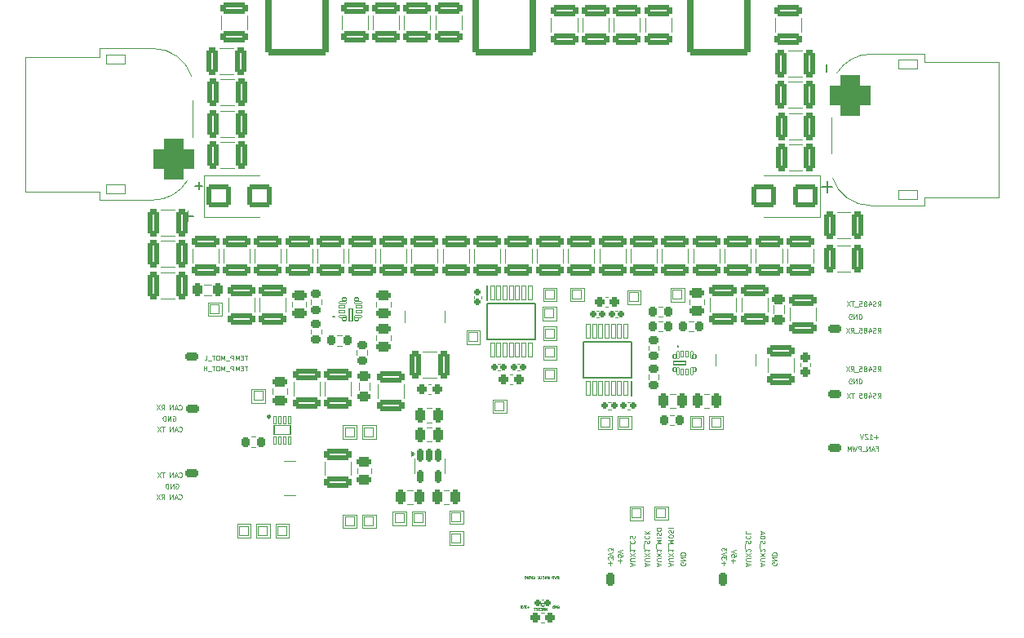
<source format=gbr>
%TF.GenerationSoftware,KiCad,Pcbnew,8.0.4*%
%TF.CreationDate,2024-12-09T12:19:11+01:00*%
%TF.ProjectId,BLDC motor controller,424c4443-206d-46f7-946f-7220636f6e74,1.1*%
%TF.SameCoordinates,Original*%
%TF.FileFunction,Legend,Bot*%
%TF.FilePolarity,Positive*%
%FSLAX46Y46*%
G04 Gerber Fmt 4.6, Leading zero omitted, Abs format (unit mm)*
G04 Created by KiCad (PCBNEW 8.0.4) date 2024-12-09 12:19:11*
%MOMM*%
%LPD*%
G01*
G04 APERTURE LIST*
G04 Aperture macros list*
%AMRoundRect*
0 Rectangle with rounded corners*
0 $1 Rounding radius*
0 $2 $3 $4 $5 $6 $7 $8 $9 X,Y pos of 4 corners*
0 Add a 4 corners polygon primitive as box body*
4,1,4,$2,$3,$4,$5,$6,$7,$8,$9,$2,$3,0*
0 Add four circle primitives for the rounded corners*
1,1,$1+$1,$2,$3*
1,1,$1+$1,$4,$5*
1,1,$1+$1,$6,$7*
1,1,$1+$1,$8,$9*
0 Add four rect primitives between the rounded corners*
20,1,$1+$1,$2,$3,$4,$5,0*
20,1,$1+$1,$4,$5,$6,$7,0*
20,1,$1+$1,$6,$7,$8,$9,0*
20,1,$1+$1,$8,$9,$2,$3,0*%
%AMFreePoly0*
4,1,23,1.050355,1.980355,1.065000,1.945000,1.065000,1.170000,1.050804,1.135099,0.485000,0.554662,0.485000,-0.554662,1.050804,-1.135099,1.065000,-1.170000,1.065000,-1.945000,1.050355,-1.980355,1.015000,-1.995000,0.125000,-1.995000,0.089965,-1.980672,-0.470035,-1.430672,-0.484998,-1.395450,-0.485000,-1.395000,-0.485000,1.395000,-0.470355,1.430355,-0.470035,1.430672,0.089965,1.980672,
0.125000,1.995000,1.015000,1.995000,1.050355,1.980355,1.050355,1.980355,$1*%
%AMFreePoly1*
4,1,23,-0.089965,1.980672,0.470035,1.430672,0.484998,1.395450,0.485000,1.395000,0.485000,-1.395000,0.470355,-1.430355,0.470035,-1.430672,-0.089965,-1.980672,-0.125000,-1.995000,-1.015000,-1.995000,-1.050355,-1.980355,-1.065000,-1.945000,-1.065000,-1.170000,-1.050804,-1.135099,-0.485000,-0.554662,-0.485000,0.554662,-1.050804,1.135099,-1.065000,1.170000,-1.065000,1.945000,-1.050355,1.980355,
-1.015000,1.995000,-0.125000,1.995000,-0.089965,1.980672,-0.089965,1.980672,$1*%
%AMFreePoly2*
4,1,23,0.785355,1.885355,0.800000,1.850000,0.800000,0.885000,0.785355,0.849645,0.785137,0.849428,0.350000,0.419609,0.350000,-0.419609,0.785137,-0.849428,0.799999,-0.884693,0.800000,-0.885000,0.800000,-1.850000,0.785355,-1.885355,0.750000,-1.900000,0.225000,-1.900000,0.189645,-1.885355,-0.335355,-1.360355,-0.350000,-1.325000,-0.350000,1.325000,-0.335355,1.360355,0.189645,1.885355,
0.225000,1.900000,0.750000,1.900000,0.785355,1.885355,0.785355,1.885355,$1*%
G04 Aperture macros list end*
%ADD10C,0.125000*%
%ADD11C,0.062500*%
%ADD12C,0.150000*%
%ADD13C,0.120000*%
%ADD14C,0.200000*%
%ADD15C,0.250000*%
%ADD16C,0.900000*%
%ADD17C,6.100000*%
%ADD18RoundRect,0.225000X-0.225000X-0.475000X0.225000X-0.475000X0.225000X0.475000X-0.225000X0.475000X0*%
%ADD19O,0.900000X1.400000*%
%ADD20RoundRect,0.225000X-0.475000X0.225000X-0.475000X-0.225000X0.475000X-0.225000X0.475000X0.225000X0*%
%ADD21O,1.400000X0.900000*%
%ADD22RoundRect,0.330000X-2.970000X-2.970000X2.970000X-2.970000X2.970000X2.970000X-2.970000X2.970000X0*%
%ADD23RoundRect,0.225000X0.475000X-0.225000X0.475000X0.225000X-0.475000X0.225000X-0.475000X-0.225000X0*%
%ADD24C,1.090600*%
%ADD25RoundRect,0.271739X-1.128261X0.353261X-1.128261X-0.353261X1.128261X-0.353261X1.128261X0.353261X0*%
%ADD26RoundRect,0.050000X-0.500000X0.500000X-0.500000X-0.500000X0.500000X-0.500000X0.500000X0.500000X0*%
%ADD27RoundRect,0.271739X0.353261X1.128261X-0.353261X1.128261X-0.353261X-1.128261X0.353261X-1.128261X0*%
%ADD28RoundRect,0.050000X0.500000X0.500000X-0.500000X0.500000X-0.500000X-0.500000X0.500000X-0.500000X0*%
%ADD29RoundRect,0.160000X0.160000X0.210000X-0.160000X0.210000X-0.160000X-0.210000X0.160000X-0.210000X0*%
%ADD30RoundRect,0.165000X0.165000X0.195000X-0.165000X0.195000X-0.165000X-0.195000X0.165000X-0.195000X0*%
%ADD31RoundRect,0.275000X0.500000X-0.275000X0.500000X0.275000X-0.500000X0.275000X-0.500000X-0.275000X0*%
%ADD32RoundRect,0.160000X0.210000X-0.160000X0.210000X0.160000X-0.210000X0.160000X-0.210000X-0.160000X0*%
%ADD33RoundRect,0.165000X-0.165000X-0.195000X0.165000X-0.195000X0.165000X0.195000X-0.165000X0.195000X0*%
%ADD34RoundRect,0.271739X-0.353261X-1.128261X0.353261X-1.128261X0.353261X1.128261X-0.353261X1.128261X0*%
%ADD35RoundRect,0.050000X0.225000X0.737500X-0.225000X0.737500X-0.225000X-0.737500X0.225000X-0.737500X0*%
%ADD36RoundRect,0.243750X-0.406250X0.243750X-0.406250X-0.243750X0.406250X-0.243750X0.406250X0.243750X0*%
%ADD37FreePoly0,90.000000*%
%ADD38FreePoly1,90.000000*%
%ADD39RoundRect,0.225000X-0.300000X0.225000X-0.300000X-0.225000X0.300000X-0.225000X0.300000X0.225000X0*%
%ADD40RoundRect,0.271739X1.128261X-0.353261X1.128261X0.353261X-1.128261X0.353261X-1.128261X-0.353261X0*%
%ADD41RoundRect,0.275000X-0.275000X-0.500000X0.275000X-0.500000X0.275000X0.500000X-0.275000X0.500000X0*%
%ADD42RoundRect,0.050000X0.112500X0.375000X-0.112500X0.375000X-0.112500X-0.375000X0.112500X-0.375000X0*%
%ADD43RoundRect,0.050000X0.175000X0.200000X-0.175000X0.200000X-0.175000X-0.200000X0.175000X-0.200000X0*%
%ADD44RoundRect,0.050000X0.125000X0.300000X-0.125000X0.300000X-0.125000X-0.300000X0.125000X-0.300000X0*%
%ADD45RoundRect,0.050000X-0.650000X0.175000X-0.650000X-0.175000X0.650000X-0.175000X0.650000X0.175000X0*%
%ADD46RoundRect,0.050000X-1.000000X0.450000X-1.000000X-0.450000X1.000000X-0.450000X1.000000X0.450000X0*%
%ADD47RoundRect,1.050000X-1.050000X1.050000X-1.050000X-1.050000X1.050000X-1.050000X1.050000X1.050000X0*%
%ADD48C,4.200000*%
%ADD49RoundRect,0.175000X-0.175000X0.537500X-0.175000X-0.537500X0.175000X-0.537500X0.175000X0.537500X0*%
%ADD50RoundRect,0.225000X0.225000X0.300000X-0.225000X0.300000X-0.225000X-0.300000X0.225000X-0.300000X0*%
%ADD51RoundRect,0.225000X-0.225000X-0.300000X0.225000X-0.300000X0.225000X0.300000X-0.225000X0.300000X0*%
%ADD52RoundRect,0.050000X-0.225000X-0.737500X0.225000X-0.737500X0.225000X0.737500X-0.225000X0.737500X0*%
%ADD53RoundRect,0.275000X0.275000X0.500000X-0.275000X0.500000X-0.275000X-0.500000X0.275000X-0.500000X0*%
%ADD54RoundRect,0.050000X-0.500000X-0.500000X0.500000X-0.500000X0.500000X0.500000X-0.500000X0.500000X0*%
%ADD55RoundRect,0.160000X-0.160000X-0.210000X0.160000X-0.210000X0.160000X0.210000X-0.160000X0.210000X0*%
%ADD56FreePoly0,270.000000*%
%ADD57FreePoly1,270.000000*%
%ADD58RoundRect,0.050000X-0.375000X0.112500X-0.375000X-0.112500X0.375000X-0.112500X0.375000X0.112500X0*%
%ADD59RoundRect,0.050000X-0.200000X0.175000X-0.200000X-0.175000X0.200000X-0.175000X0.200000X0.175000X0*%
%ADD60RoundRect,0.050000X-0.300000X0.125000X-0.300000X-0.125000X0.300000X-0.125000X0.300000X0.125000X0*%
%ADD61RoundRect,0.050000X-0.175000X-0.650000X0.175000X-0.650000X0.175000X0.650000X-0.175000X0.650000X0*%
%ADD62FreePoly2,0.000000*%
%ADD63FreePoly2,180.000000*%
%ADD64RoundRect,0.225000X0.300000X-0.225000X0.300000X0.225000X-0.300000X0.225000X-0.300000X-0.225000X0*%
%ADD65RoundRect,0.250000X-0.250000X-0.275000X0.250000X-0.275000X0.250000X0.275000X-0.250000X0.275000X0*%
%ADD66RoundRect,0.243750X-0.243750X-0.406250X0.243750X-0.406250X0.243750X0.406250X-0.243750X0.406250X0*%
%ADD67RoundRect,0.250000X-0.275000X0.250000X-0.275000X-0.250000X0.275000X-0.250000X0.275000X0.250000X0*%
%ADD68RoundRect,0.260870X1.039130X0.939130X-1.039130X0.939130X-1.039130X-0.939130X1.039130X-0.939130X0*%
%ADD69RoundRect,0.050000X1.000000X-0.450000X1.000000X0.450000X-1.000000X0.450000X-1.000000X-0.450000X0*%
%ADD70RoundRect,1.050000X1.050000X-1.050000X1.050000X1.050000X-1.050000X1.050000X-1.050000X-1.050000X0*%
%ADD71RoundRect,0.050000X0.150000X0.350000X-0.150000X0.350000X-0.150000X-0.350000X0.150000X-0.350000X0*%
%ADD72RoundRect,0.050000X-0.850000X0.500000X-0.850000X-0.500000X0.850000X-0.500000X0.850000X0.500000X0*%
%ADD73RoundRect,0.275000X-0.500000X0.275000X-0.500000X-0.275000X0.500000X-0.275000X0.500000X0.275000X0*%
%ADD74RoundRect,0.260870X-1.039130X-0.939130X1.039130X-0.939130X1.039130X0.939130X-1.039130X0.939130X0*%
G04 APERTURE END LIST*
D10*
X97263002Y-119134690D02*
X97286811Y-119158500D01*
X97286811Y-119158500D02*
X97358240Y-119182309D01*
X97358240Y-119182309D02*
X97405859Y-119182309D01*
X97405859Y-119182309D02*
X97477287Y-119158500D01*
X97477287Y-119158500D02*
X97524906Y-119110880D01*
X97524906Y-119110880D02*
X97548716Y-119063261D01*
X97548716Y-119063261D02*
X97572525Y-118968023D01*
X97572525Y-118968023D02*
X97572525Y-118896595D01*
X97572525Y-118896595D02*
X97548716Y-118801357D01*
X97548716Y-118801357D02*
X97524906Y-118753738D01*
X97524906Y-118753738D02*
X97477287Y-118706119D01*
X97477287Y-118706119D02*
X97405859Y-118682309D01*
X97405859Y-118682309D02*
X97358240Y-118682309D01*
X97358240Y-118682309D02*
X97286811Y-118706119D01*
X97286811Y-118706119D02*
X97263002Y-118729928D01*
X97072525Y-119039452D02*
X96834430Y-119039452D01*
X97120144Y-119182309D02*
X96953478Y-118682309D01*
X96953478Y-118682309D02*
X96786811Y-119182309D01*
X96620145Y-119182309D02*
X96620145Y-118682309D01*
X96620145Y-118682309D02*
X96334431Y-119182309D01*
X96334431Y-119182309D02*
X96334431Y-118682309D01*
X95786811Y-118682309D02*
X95501097Y-118682309D01*
X95643954Y-119182309D02*
X95643954Y-118682309D01*
X95382050Y-118682309D02*
X95048717Y-119182309D01*
X95048717Y-118682309D02*
X95382050Y-119182309D01*
D11*
X136568405Y-132528059D02*
X136592215Y-132516154D01*
X136592215Y-132516154D02*
X136627929Y-132516154D01*
X136627929Y-132516154D02*
X136663643Y-132528059D01*
X136663643Y-132528059D02*
X136687453Y-132551869D01*
X136687453Y-132551869D02*
X136699358Y-132575678D01*
X136699358Y-132575678D02*
X136711262Y-132623297D01*
X136711262Y-132623297D02*
X136711262Y-132659011D01*
X136711262Y-132659011D02*
X136699358Y-132706630D01*
X136699358Y-132706630D02*
X136687453Y-132730440D01*
X136687453Y-132730440D02*
X136663643Y-132754250D01*
X136663643Y-132754250D02*
X136627929Y-132766154D01*
X136627929Y-132766154D02*
X136604120Y-132766154D01*
X136604120Y-132766154D02*
X136568405Y-132754250D01*
X136568405Y-132754250D02*
X136556501Y-132742345D01*
X136556501Y-132742345D02*
X136556501Y-132659011D01*
X136556501Y-132659011D02*
X136604120Y-132659011D01*
X136449358Y-132766154D02*
X136449358Y-132516154D01*
X136449358Y-132516154D02*
X136306501Y-132766154D01*
X136306501Y-132766154D02*
X136306501Y-132516154D01*
X136187453Y-132766154D02*
X136187453Y-132516154D01*
X136187453Y-132516154D02*
X136127929Y-132516154D01*
X136127929Y-132516154D02*
X136092215Y-132528059D01*
X136092215Y-132528059D02*
X136068405Y-132551869D01*
X136068405Y-132551869D02*
X136056500Y-132575678D01*
X136056500Y-132575678D02*
X136044596Y-132623297D01*
X136044596Y-132623297D02*
X136044596Y-132659011D01*
X136044596Y-132659011D02*
X136056500Y-132706630D01*
X136056500Y-132706630D02*
X136068405Y-132730440D01*
X136068405Y-132730440D02*
X136092215Y-132754250D01*
X136092215Y-132754250D02*
X136127929Y-132766154D01*
X136127929Y-132766154D02*
X136187453Y-132766154D01*
D10*
X143008166Y-128048716D02*
X143008166Y-127667764D01*
X142817690Y-127858240D02*
X143198642Y-127858240D01*
X143317690Y-127191573D02*
X143317690Y-127429668D01*
X143317690Y-127429668D02*
X143079595Y-127453477D01*
X143079595Y-127453477D02*
X143103404Y-127429668D01*
X143103404Y-127429668D02*
X143127214Y-127382049D01*
X143127214Y-127382049D02*
X143127214Y-127263001D01*
X143127214Y-127263001D02*
X143103404Y-127215382D01*
X143103404Y-127215382D02*
X143079595Y-127191573D01*
X143079595Y-127191573D02*
X143031976Y-127167763D01*
X143031976Y-127167763D02*
X142912928Y-127167763D01*
X142912928Y-127167763D02*
X142865309Y-127191573D01*
X142865309Y-127191573D02*
X142841500Y-127215382D01*
X142841500Y-127215382D02*
X142817690Y-127263001D01*
X142817690Y-127263001D02*
X142817690Y-127382049D01*
X142817690Y-127382049D02*
X142841500Y-127429668D01*
X142841500Y-127429668D02*
X142865309Y-127453477D01*
X143317690Y-127024906D02*
X142817690Y-126858240D01*
X142817690Y-126858240D02*
X143317690Y-126691573D01*
X104370144Y-106532309D02*
X104084430Y-106532309D01*
X104227287Y-107032309D02*
X104227287Y-106532309D01*
X103917764Y-106770404D02*
X103751097Y-106770404D01*
X103679669Y-107032309D02*
X103917764Y-107032309D01*
X103917764Y-107032309D02*
X103917764Y-106532309D01*
X103917764Y-106532309D02*
X103679669Y-106532309D01*
X103465383Y-107032309D02*
X103465383Y-106532309D01*
X103465383Y-106532309D02*
X103298716Y-106889452D01*
X103298716Y-106889452D02*
X103132050Y-106532309D01*
X103132050Y-106532309D02*
X103132050Y-107032309D01*
X102893954Y-107032309D02*
X102893954Y-106532309D01*
X102893954Y-106532309D02*
X102703478Y-106532309D01*
X102703478Y-106532309D02*
X102655859Y-106556119D01*
X102655859Y-106556119D02*
X102632049Y-106579928D01*
X102632049Y-106579928D02*
X102608240Y-106627547D01*
X102608240Y-106627547D02*
X102608240Y-106698976D01*
X102608240Y-106698976D02*
X102632049Y-106746595D01*
X102632049Y-106746595D02*
X102655859Y-106770404D01*
X102655859Y-106770404D02*
X102703478Y-106794214D01*
X102703478Y-106794214D02*
X102893954Y-106794214D01*
X102513002Y-107079928D02*
X102132049Y-107079928D01*
X102013002Y-107032309D02*
X102013002Y-106532309D01*
X102013002Y-106532309D02*
X101846335Y-106889452D01*
X101846335Y-106889452D02*
X101679669Y-106532309D01*
X101679669Y-106532309D02*
X101679669Y-107032309D01*
X101346335Y-106532309D02*
X101251097Y-106532309D01*
X101251097Y-106532309D02*
X101203478Y-106556119D01*
X101203478Y-106556119D02*
X101155859Y-106603738D01*
X101155859Y-106603738D02*
X101132049Y-106698976D01*
X101132049Y-106698976D02*
X101132049Y-106865642D01*
X101132049Y-106865642D02*
X101155859Y-106960880D01*
X101155859Y-106960880D02*
X101203478Y-107008500D01*
X101203478Y-107008500D02*
X101251097Y-107032309D01*
X101251097Y-107032309D02*
X101346335Y-107032309D01*
X101346335Y-107032309D02*
X101393954Y-107008500D01*
X101393954Y-107008500D02*
X101441573Y-106960880D01*
X101441573Y-106960880D02*
X101465382Y-106865642D01*
X101465382Y-106865642D02*
X101465382Y-106698976D01*
X101465382Y-106698976D02*
X101441573Y-106603738D01*
X101441573Y-106603738D02*
X101393954Y-106556119D01*
X101393954Y-106556119D02*
X101346335Y-106532309D01*
X100989191Y-106532309D02*
X100703477Y-106532309D01*
X100846334Y-107032309D02*
X100846334Y-106532309D01*
X100655859Y-107079928D02*
X100274906Y-107079928D01*
X99917764Y-107032309D02*
X100155859Y-107032309D01*
X100155859Y-107032309D02*
X100155859Y-106532309D01*
X142008166Y-128298716D02*
X142008166Y-127917764D01*
X141817690Y-128108240D02*
X142198642Y-128108240D01*
X142317690Y-127727287D02*
X142317690Y-127417763D01*
X142317690Y-127417763D02*
X142127214Y-127584430D01*
X142127214Y-127584430D02*
X142127214Y-127513001D01*
X142127214Y-127513001D02*
X142103404Y-127465382D01*
X142103404Y-127465382D02*
X142079595Y-127441573D01*
X142079595Y-127441573D02*
X142031976Y-127417763D01*
X142031976Y-127417763D02*
X141912928Y-127417763D01*
X141912928Y-127417763D02*
X141865309Y-127441573D01*
X141865309Y-127441573D02*
X141841500Y-127465382D01*
X141841500Y-127465382D02*
X141817690Y-127513001D01*
X141817690Y-127513001D02*
X141817690Y-127655858D01*
X141817690Y-127655858D02*
X141841500Y-127703477D01*
X141841500Y-127703477D02*
X141865309Y-127727287D01*
X142317690Y-127274906D02*
X141817690Y-127108240D01*
X141817690Y-127108240D02*
X142317690Y-126941573D01*
X142317690Y-126822526D02*
X142317690Y-126513002D01*
X142317690Y-126513002D02*
X142127214Y-126679669D01*
X142127214Y-126679669D02*
X142127214Y-126608240D01*
X142127214Y-126608240D02*
X142103404Y-126560621D01*
X142103404Y-126560621D02*
X142079595Y-126536812D01*
X142079595Y-126536812D02*
X142031976Y-126513002D01*
X142031976Y-126513002D02*
X141912928Y-126513002D01*
X141912928Y-126513002D02*
X141865309Y-126536812D01*
X141865309Y-126536812D02*
X141841500Y-126560621D01*
X141841500Y-126560621D02*
X141817690Y-126608240D01*
X141817690Y-126608240D02*
X141817690Y-126751097D01*
X141817690Y-126751097D02*
X141841500Y-126798716D01*
X141841500Y-126798716D02*
X141865309Y-126822526D01*
X159293880Y-128036811D02*
X159317690Y-128084430D01*
X159317690Y-128084430D02*
X159317690Y-128155859D01*
X159317690Y-128155859D02*
X159293880Y-128227287D01*
X159293880Y-128227287D02*
X159246261Y-128274906D01*
X159246261Y-128274906D02*
X159198642Y-128298716D01*
X159198642Y-128298716D02*
X159103404Y-128322525D01*
X159103404Y-128322525D02*
X159031976Y-128322525D01*
X159031976Y-128322525D02*
X158936738Y-128298716D01*
X158936738Y-128298716D02*
X158889119Y-128274906D01*
X158889119Y-128274906D02*
X158841500Y-128227287D01*
X158841500Y-128227287D02*
X158817690Y-128155859D01*
X158817690Y-128155859D02*
X158817690Y-128108240D01*
X158817690Y-128108240D02*
X158841500Y-128036811D01*
X158841500Y-128036811D02*
X158865309Y-128013002D01*
X158865309Y-128013002D02*
X159031976Y-128013002D01*
X159031976Y-128013002D02*
X159031976Y-128108240D01*
X158817690Y-127798716D02*
X159317690Y-127798716D01*
X159317690Y-127798716D02*
X158817690Y-127513002D01*
X158817690Y-127513002D02*
X159317690Y-127513002D01*
X158817690Y-127274906D02*
X159317690Y-127274906D01*
X159317690Y-127274906D02*
X159317690Y-127155858D01*
X159317690Y-127155858D02*
X159293880Y-127084430D01*
X159293880Y-127084430D02*
X159246261Y-127036811D01*
X159246261Y-127036811D02*
X159198642Y-127013001D01*
X159198642Y-127013001D02*
X159103404Y-126989192D01*
X159103404Y-126989192D02*
X159031976Y-126989192D01*
X159031976Y-126989192D02*
X158936738Y-127013001D01*
X158936738Y-127013001D02*
X158889119Y-127036811D01*
X158889119Y-127036811D02*
X158841500Y-127084430D01*
X158841500Y-127084430D02*
X158817690Y-127155858D01*
X158817690Y-127155858D02*
X158817690Y-127274906D01*
X149793880Y-128036811D02*
X149817690Y-128084430D01*
X149817690Y-128084430D02*
X149817690Y-128155859D01*
X149817690Y-128155859D02*
X149793880Y-128227287D01*
X149793880Y-128227287D02*
X149746261Y-128274906D01*
X149746261Y-128274906D02*
X149698642Y-128298716D01*
X149698642Y-128298716D02*
X149603404Y-128322525D01*
X149603404Y-128322525D02*
X149531976Y-128322525D01*
X149531976Y-128322525D02*
X149436738Y-128298716D01*
X149436738Y-128298716D02*
X149389119Y-128274906D01*
X149389119Y-128274906D02*
X149341500Y-128227287D01*
X149341500Y-128227287D02*
X149317690Y-128155859D01*
X149317690Y-128155859D02*
X149317690Y-128108240D01*
X149317690Y-128108240D02*
X149341500Y-128036811D01*
X149341500Y-128036811D02*
X149365309Y-128013002D01*
X149365309Y-128013002D02*
X149531976Y-128013002D01*
X149531976Y-128013002D02*
X149531976Y-128108240D01*
X149317690Y-127798716D02*
X149817690Y-127798716D01*
X149817690Y-127798716D02*
X149317690Y-127513002D01*
X149317690Y-127513002D02*
X149817690Y-127513002D01*
X149317690Y-127274906D02*
X149817690Y-127274906D01*
X149817690Y-127274906D02*
X149817690Y-127155858D01*
X149817690Y-127155858D02*
X149793880Y-127084430D01*
X149793880Y-127084430D02*
X149746261Y-127036811D01*
X149746261Y-127036811D02*
X149698642Y-127013001D01*
X149698642Y-127013001D02*
X149603404Y-126989192D01*
X149603404Y-126989192D02*
X149531976Y-126989192D01*
X149531976Y-126989192D02*
X149436738Y-127013001D01*
X149436738Y-127013001D02*
X149389119Y-127036811D01*
X149389119Y-127036811D02*
X149341500Y-127084430D01*
X149341500Y-127084430D02*
X149317690Y-127155858D01*
X149317690Y-127155858D02*
X149317690Y-127274906D01*
X169763002Y-108182309D02*
X169929668Y-107944214D01*
X170048716Y-108182309D02*
X170048716Y-107682309D01*
X170048716Y-107682309D02*
X169858240Y-107682309D01*
X169858240Y-107682309D02*
X169810621Y-107706119D01*
X169810621Y-107706119D02*
X169786811Y-107729928D01*
X169786811Y-107729928D02*
X169763002Y-107777547D01*
X169763002Y-107777547D02*
X169763002Y-107848976D01*
X169763002Y-107848976D02*
X169786811Y-107896595D01*
X169786811Y-107896595D02*
X169810621Y-107920404D01*
X169810621Y-107920404D02*
X169858240Y-107944214D01*
X169858240Y-107944214D02*
X170048716Y-107944214D01*
X169572525Y-108158500D02*
X169501097Y-108182309D01*
X169501097Y-108182309D02*
X169382049Y-108182309D01*
X169382049Y-108182309D02*
X169334430Y-108158500D01*
X169334430Y-108158500D02*
X169310621Y-108134690D01*
X169310621Y-108134690D02*
X169286811Y-108087071D01*
X169286811Y-108087071D02*
X169286811Y-108039452D01*
X169286811Y-108039452D02*
X169310621Y-107991833D01*
X169310621Y-107991833D02*
X169334430Y-107968023D01*
X169334430Y-107968023D02*
X169382049Y-107944214D01*
X169382049Y-107944214D02*
X169477287Y-107920404D01*
X169477287Y-107920404D02*
X169524906Y-107896595D01*
X169524906Y-107896595D02*
X169548716Y-107872785D01*
X169548716Y-107872785D02*
X169572525Y-107825166D01*
X169572525Y-107825166D02*
X169572525Y-107777547D01*
X169572525Y-107777547D02*
X169548716Y-107729928D01*
X169548716Y-107729928D02*
X169524906Y-107706119D01*
X169524906Y-107706119D02*
X169477287Y-107682309D01*
X169477287Y-107682309D02*
X169358240Y-107682309D01*
X169358240Y-107682309D02*
X169286811Y-107706119D01*
X168858240Y-107848976D02*
X168858240Y-108182309D01*
X168977288Y-107658500D02*
X169096335Y-108015642D01*
X169096335Y-108015642D02*
X168786812Y-108015642D01*
X168524907Y-107896595D02*
X168572526Y-107872785D01*
X168572526Y-107872785D02*
X168596336Y-107848976D01*
X168596336Y-107848976D02*
X168620145Y-107801357D01*
X168620145Y-107801357D02*
X168620145Y-107777547D01*
X168620145Y-107777547D02*
X168596336Y-107729928D01*
X168596336Y-107729928D02*
X168572526Y-107706119D01*
X168572526Y-107706119D02*
X168524907Y-107682309D01*
X168524907Y-107682309D02*
X168429669Y-107682309D01*
X168429669Y-107682309D02*
X168382050Y-107706119D01*
X168382050Y-107706119D02*
X168358241Y-107729928D01*
X168358241Y-107729928D02*
X168334431Y-107777547D01*
X168334431Y-107777547D02*
X168334431Y-107801357D01*
X168334431Y-107801357D02*
X168358241Y-107848976D01*
X168358241Y-107848976D02*
X168382050Y-107872785D01*
X168382050Y-107872785D02*
X168429669Y-107896595D01*
X168429669Y-107896595D02*
X168524907Y-107896595D01*
X168524907Y-107896595D02*
X168572526Y-107920404D01*
X168572526Y-107920404D02*
X168596336Y-107944214D01*
X168596336Y-107944214D02*
X168620145Y-107991833D01*
X168620145Y-107991833D02*
X168620145Y-108087071D01*
X168620145Y-108087071D02*
X168596336Y-108134690D01*
X168596336Y-108134690D02*
X168572526Y-108158500D01*
X168572526Y-108158500D02*
X168524907Y-108182309D01*
X168524907Y-108182309D02*
X168429669Y-108182309D01*
X168429669Y-108182309D02*
X168382050Y-108158500D01*
X168382050Y-108158500D02*
X168358241Y-108134690D01*
X168358241Y-108134690D02*
X168334431Y-108087071D01*
X168334431Y-108087071D02*
X168334431Y-107991833D01*
X168334431Y-107991833D02*
X168358241Y-107944214D01*
X168358241Y-107944214D02*
X168382050Y-107920404D01*
X168382050Y-107920404D02*
X168429669Y-107896595D01*
X167882051Y-107682309D02*
X168120146Y-107682309D01*
X168120146Y-107682309D02*
X168143955Y-107920404D01*
X168143955Y-107920404D02*
X168120146Y-107896595D01*
X168120146Y-107896595D02*
X168072527Y-107872785D01*
X168072527Y-107872785D02*
X167953479Y-107872785D01*
X167953479Y-107872785D02*
X167905860Y-107896595D01*
X167905860Y-107896595D02*
X167882051Y-107920404D01*
X167882051Y-107920404D02*
X167858241Y-107968023D01*
X167858241Y-107968023D02*
X167858241Y-108087071D01*
X167858241Y-108087071D02*
X167882051Y-108134690D01*
X167882051Y-108134690D02*
X167905860Y-108158500D01*
X167905860Y-108158500D02*
X167953479Y-108182309D01*
X167953479Y-108182309D02*
X168072527Y-108182309D01*
X168072527Y-108182309D02*
X168120146Y-108158500D01*
X168120146Y-108158500D02*
X168143955Y-108134690D01*
X167763004Y-108229928D02*
X167382051Y-108229928D01*
X166977290Y-108182309D02*
X167143956Y-107944214D01*
X167263004Y-108182309D02*
X167263004Y-107682309D01*
X167263004Y-107682309D02*
X167072528Y-107682309D01*
X167072528Y-107682309D02*
X167024909Y-107706119D01*
X167024909Y-107706119D02*
X167001099Y-107729928D01*
X167001099Y-107729928D02*
X166977290Y-107777547D01*
X166977290Y-107777547D02*
X166977290Y-107848976D01*
X166977290Y-107848976D02*
X167001099Y-107896595D01*
X167001099Y-107896595D02*
X167024909Y-107920404D01*
X167024909Y-107920404D02*
X167072528Y-107944214D01*
X167072528Y-107944214D02*
X167263004Y-107944214D01*
X166810623Y-107682309D02*
X166477290Y-108182309D01*
X166477290Y-107682309D02*
X166810623Y-108182309D01*
D11*
X136661262Y-129704250D02*
X136625548Y-129716154D01*
X136625548Y-129716154D02*
X136566024Y-129716154D01*
X136566024Y-129716154D02*
X136542215Y-129704250D01*
X136542215Y-129704250D02*
X136530310Y-129692345D01*
X136530310Y-129692345D02*
X136518405Y-129668535D01*
X136518405Y-129668535D02*
X136518405Y-129644726D01*
X136518405Y-129644726D02*
X136530310Y-129620916D01*
X136530310Y-129620916D02*
X136542215Y-129609011D01*
X136542215Y-129609011D02*
X136566024Y-129597107D01*
X136566024Y-129597107D02*
X136613643Y-129585202D01*
X136613643Y-129585202D02*
X136637453Y-129573297D01*
X136637453Y-129573297D02*
X136649358Y-129561392D01*
X136649358Y-129561392D02*
X136661262Y-129537583D01*
X136661262Y-129537583D02*
X136661262Y-129513773D01*
X136661262Y-129513773D02*
X136649358Y-129489964D01*
X136649358Y-129489964D02*
X136637453Y-129478059D01*
X136637453Y-129478059D02*
X136613643Y-129466154D01*
X136613643Y-129466154D02*
X136554120Y-129466154D01*
X136554120Y-129466154D02*
X136518405Y-129478059D01*
X136435072Y-129466154D02*
X136375548Y-129716154D01*
X136375548Y-129716154D02*
X136327929Y-129537583D01*
X136327929Y-129537583D02*
X136280310Y-129716154D01*
X136280310Y-129716154D02*
X136220787Y-129466154D01*
X136077930Y-129466154D02*
X136030311Y-129466154D01*
X136030311Y-129466154D02*
X136006501Y-129478059D01*
X136006501Y-129478059D02*
X135982692Y-129501869D01*
X135982692Y-129501869D02*
X135970787Y-129549488D01*
X135970787Y-129549488D02*
X135970787Y-129632821D01*
X135970787Y-129632821D02*
X135982692Y-129680440D01*
X135982692Y-129680440D02*
X136006501Y-129704250D01*
X136006501Y-129704250D02*
X136030311Y-129716154D01*
X136030311Y-129716154D02*
X136077930Y-129716154D01*
X136077930Y-129716154D02*
X136101739Y-129704250D01*
X136101739Y-129704250D02*
X136125549Y-129680440D01*
X136125549Y-129680440D02*
X136137453Y-129632821D01*
X136137453Y-129632821D02*
X136137453Y-129549488D01*
X136137453Y-129549488D02*
X136125549Y-129501869D01*
X136125549Y-129501869D02*
X136101739Y-129478059D01*
X136101739Y-129478059D02*
X136077930Y-129466154D01*
D10*
X169763002Y-110932309D02*
X169929668Y-110694214D01*
X170048716Y-110932309D02*
X170048716Y-110432309D01*
X170048716Y-110432309D02*
X169858240Y-110432309D01*
X169858240Y-110432309D02*
X169810621Y-110456119D01*
X169810621Y-110456119D02*
X169786811Y-110479928D01*
X169786811Y-110479928D02*
X169763002Y-110527547D01*
X169763002Y-110527547D02*
X169763002Y-110598976D01*
X169763002Y-110598976D02*
X169786811Y-110646595D01*
X169786811Y-110646595D02*
X169810621Y-110670404D01*
X169810621Y-110670404D02*
X169858240Y-110694214D01*
X169858240Y-110694214D02*
X170048716Y-110694214D01*
X169572525Y-110908500D02*
X169501097Y-110932309D01*
X169501097Y-110932309D02*
X169382049Y-110932309D01*
X169382049Y-110932309D02*
X169334430Y-110908500D01*
X169334430Y-110908500D02*
X169310621Y-110884690D01*
X169310621Y-110884690D02*
X169286811Y-110837071D01*
X169286811Y-110837071D02*
X169286811Y-110789452D01*
X169286811Y-110789452D02*
X169310621Y-110741833D01*
X169310621Y-110741833D02*
X169334430Y-110718023D01*
X169334430Y-110718023D02*
X169382049Y-110694214D01*
X169382049Y-110694214D02*
X169477287Y-110670404D01*
X169477287Y-110670404D02*
X169524906Y-110646595D01*
X169524906Y-110646595D02*
X169548716Y-110622785D01*
X169548716Y-110622785D02*
X169572525Y-110575166D01*
X169572525Y-110575166D02*
X169572525Y-110527547D01*
X169572525Y-110527547D02*
X169548716Y-110479928D01*
X169548716Y-110479928D02*
X169524906Y-110456119D01*
X169524906Y-110456119D02*
X169477287Y-110432309D01*
X169477287Y-110432309D02*
X169358240Y-110432309D01*
X169358240Y-110432309D02*
X169286811Y-110456119D01*
X168858240Y-110598976D02*
X168858240Y-110932309D01*
X168977288Y-110408500D02*
X169096335Y-110765642D01*
X169096335Y-110765642D02*
X168786812Y-110765642D01*
X168524907Y-110646595D02*
X168572526Y-110622785D01*
X168572526Y-110622785D02*
X168596336Y-110598976D01*
X168596336Y-110598976D02*
X168620145Y-110551357D01*
X168620145Y-110551357D02*
X168620145Y-110527547D01*
X168620145Y-110527547D02*
X168596336Y-110479928D01*
X168596336Y-110479928D02*
X168572526Y-110456119D01*
X168572526Y-110456119D02*
X168524907Y-110432309D01*
X168524907Y-110432309D02*
X168429669Y-110432309D01*
X168429669Y-110432309D02*
X168382050Y-110456119D01*
X168382050Y-110456119D02*
X168358241Y-110479928D01*
X168358241Y-110479928D02*
X168334431Y-110527547D01*
X168334431Y-110527547D02*
X168334431Y-110551357D01*
X168334431Y-110551357D02*
X168358241Y-110598976D01*
X168358241Y-110598976D02*
X168382050Y-110622785D01*
X168382050Y-110622785D02*
X168429669Y-110646595D01*
X168429669Y-110646595D02*
X168524907Y-110646595D01*
X168524907Y-110646595D02*
X168572526Y-110670404D01*
X168572526Y-110670404D02*
X168596336Y-110694214D01*
X168596336Y-110694214D02*
X168620145Y-110741833D01*
X168620145Y-110741833D02*
X168620145Y-110837071D01*
X168620145Y-110837071D02*
X168596336Y-110884690D01*
X168596336Y-110884690D02*
X168572526Y-110908500D01*
X168572526Y-110908500D02*
X168524907Y-110932309D01*
X168524907Y-110932309D02*
X168429669Y-110932309D01*
X168429669Y-110932309D02*
X168382050Y-110908500D01*
X168382050Y-110908500D02*
X168358241Y-110884690D01*
X168358241Y-110884690D02*
X168334431Y-110837071D01*
X168334431Y-110837071D02*
X168334431Y-110741833D01*
X168334431Y-110741833D02*
X168358241Y-110694214D01*
X168358241Y-110694214D02*
X168382050Y-110670404D01*
X168382050Y-110670404D02*
X168429669Y-110646595D01*
X167882051Y-110432309D02*
X168120146Y-110432309D01*
X168120146Y-110432309D02*
X168143955Y-110670404D01*
X168143955Y-110670404D02*
X168120146Y-110646595D01*
X168120146Y-110646595D02*
X168072527Y-110622785D01*
X168072527Y-110622785D02*
X167953479Y-110622785D01*
X167953479Y-110622785D02*
X167905860Y-110646595D01*
X167905860Y-110646595D02*
X167882051Y-110670404D01*
X167882051Y-110670404D02*
X167858241Y-110718023D01*
X167858241Y-110718023D02*
X167858241Y-110837071D01*
X167858241Y-110837071D02*
X167882051Y-110884690D01*
X167882051Y-110884690D02*
X167905860Y-110908500D01*
X167905860Y-110908500D02*
X167953479Y-110932309D01*
X167953479Y-110932309D02*
X168072527Y-110932309D01*
X168072527Y-110932309D02*
X168120146Y-110908500D01*
X168120146Y-110908500D02*
X168143955Y-110884690D01*
X167334432Y-110432309D02*
X167048718Y-110432309D01*
X167191575Y-110932309D02*
X167191575Y-110432309D01*
X166929671Y-110432309D02*
X166596338Y-110932309D01*
X166596338Y-110432309D02*
X166929671Y-110932309D01*
D11*
X135661262Y-129704250D02*
X135625548Y-129716154D01*
X135625548Y-129716154D02*
X135566024Y-129716154D01*
X135566024Y-129716154D02*
X135542215Y-129704250D01*
X135542215Y-129704250D02*
X135530310Y-129692345D01*
X135530310Y-129692345D02*
X135518405Y-129668535D01*
X135518405Y-129668535D02*
X135518405Y-129644726D01*
X135518405Y-129644726D02*
X135530310Y-129620916D01*
X135530310Y-129620916D02*
X135542215Y-129609011D01*
X135542215Y-129609011D02*
X135566024Y-129597107D01*
X135566024Y-129597107D02*
X135613643Y-129585202D01*
X135613643Y-129585202D02*
X135637453Y-129573297D01*
X135637453Y-129573297D02*
X135649358Y-129561392D01*
X135649358Y-129561392D02*
X135661262Y-129537583D01*
X135661262Y-129537583D02*
X135661262Y-129513773D01*
X135661262Y-129513773D02*
X135649358Y-129489964D01*
X135649358Y-129489964D02*
X135637453Y-129478059D01*
X135637453Y-129478059D02*
X135613643Y-129466154D01*
X135613643Y-129466154D02*
X135554120Y-129466154D01*
X135554120Y-129466154D02*
X135518405Y-129478059D01*
X135435072Y-129466154D02*
X135375548Y-129716154D01*
X135375548Y-129716154D02*
X135327929Y-129537583D01*
X135327929Y-129537583D02*
X135280310Y-129716154D01*
X135280310Y-129716154D02*
X135220787Y-129466154D01*
X134982692Y-129692345D02*
X134994596Y-129704250D01*
X134994596Y-129704250D02*
X135030311Y-129716154D01*
X135030311Y-129716154D02*
X135054120Y-129716154D01*
X135054120Y-129716154D02*
X135089834Y-129704250D01*
X135089834Y-129704250D02*
X135113644Y-129680440D01*
X135113644Y-129680440D02*
X135125549Y-129656630D01*
X135125549Y-129656630D02*
X135137453Y-129609011D01*
X135137453Y-129609011D02*
X135137453Y-129573297D01*
X135137453Y-129573297D02*
X135125549Y-129525678D01*
X135125549Y-129525678D02*
X135113644Y-129501869D01*
X135113644Y-129501869D02*
X135089834Y-129478059D01*
X135089834Y-129478059D02*
X135054120Y-129466154D01*
X135054120Y-129466154D02*
X135030311Y-129466154D01*
X135030311Y-129466154D02*
X134994596Y-129478059D01*
X134994596Y-129478059D02*
X134982692Y-129489964D01*
X134756501Y-129716154D02*
X134875549Y-129716154D01*
X134875549Y-129716154D02*
X134875549Y-129466154D01*
X134673168Y-129716154D02*
X134673168Y-129466154D01*
X134530311Y-129716154D02*
X134637453Y-129573297D01*
X134530311Y-129466154D02*
X134673168Y-129609011D01*
D10*
X148210547Y-128322525D02*
X148210547Y-128084430D01*
X148067690Y-128370144D02*
X148567690Y-128203478D01*
X148567690Y-128203478D02*
X148067690Y-128036811D01*
X148567690Y-127870145D02*
X148162928Y-127870145D01*
X148162928Y-127870145D02*
X148115309Y-127846335D01*
X148115309Y-127846335D02*
X148091500Y-127822526D01*
X148091500Y-127822526D02*
X148067690Y-127774907D01*
X148067690Y-127774907D02*
X148067690Y-127679669D01*
X148067690Y-127679669D02*
X148091500Y-127632050D01*
X148091500Y-127632050D02*
X148115309Y-127608240D01*
X148115309Y-127608240D02*
X148162928Y-127584431D01*
X148162928Y-127584431D02*
X148567690Y-127584431D01*
X148567690Y-127393954D02*
X148067690Y-127060621D01*
X148567690Y-127060621D02*
X148067690Y-127393954D01*
X148067690Y-126608240D02*
X148067690Y-126893954D01*
X148067690Y-126751097D02*
X148567690Y-126751097D01*
X148567690Y-126751097D02*
X148496261Y-126798716D01*
X148496261Y-126798716D02*
X148448642Y-126846335D01*
X148448642Y-126846335D02*
X148424833Y-126893954D01*
X148020071Y-126513003D02*
X148020071Y-126132050D01*
X148067690Y-126013003D02*
X148567690Y-126013003D01*
X148567690Y-126013003D02*
X148210547Y-125846336D01*
X148210547Y-125846336D02*
X148567690Y-125679670D01*
X148567690Y-125679670D02*
X148067690Y-125679670D01*
X148567690Y-125346336D02*
X148567690Y-125251098D01*
X148567690Y-125251098D02*
X148543880Y-125203479D01*
X148543880Y-125203479D02*
X148496261Y-125155860D01*
X148496261Y-125155860D02*
X148401023Y-125132050D01*
X148401023Y-125132050D02*
X148234357Y-125132050D01*
X148234357Y-125132050D02*
X148139119Y-125155860D01*
X148139119Y-125155860D02*
X148091500Y-125203479D01*
X148091500Y-125203479D02*
X148067690Y-125251098D01*
X148067690Y-125251098D02*
X148067690Y-125346336D01*
X148067690Y-125346336D02*
X148091500Y-125393955D01*
X148091500Y-125393955D02*
X148139119Y-125441574D01*
X148139119Y-125441574D02*
X148234357Y-125465383D01*
X148234357Y-125465383D02*
X148401023Y-125465383D01*
X148401023Y-125465383D02*
X148496261Y-125441574D01*
X148496261Y-125441574D02*
X148543880Y-125393955D01*
X148543880Y-125393955D02*
X148567690Y-125346336D01*
X148091500Y-124941573D02*
X148067690Y-124870145D01*
X148067690Y-124870145D02*
X148067690Y-124751097D01*
X148067690Y-124751097D02*
X148091500Y-124703478D01*
X148091500Y-124703478D02*
X148115309Y-124679669D01*
X148115309Y-124679669D02*
X148162928Y-124655859D01*
X148162928Y-124655859D02*
X148210547Y-124655859D01*
X148210547Y-124655859D02*
X148258166Y-124679669D01*
X148258166Y-124679669D02*
X148281976Y-124703478D01*
X148281976Y-124703478D02*
X148305785Y-124751097D01*
X148305785Y-124751097D02*
X148329595Y-124846335D01*
X148329595Y-124846335D02*
X148353404Y-124893954D01*
X148353404Y-124893954D02*
X148377214Y-124917764D01*
X148377214Y-124917764D02*
X148424833Y-124941573D01*
X148424833Y-124941573D02*
X148472452Y-124941573D01*
X148472452Y-124941573D02*
X148520071Y-124917764D01*
X148520071Y-124917764D02*
X148543880Y-124893954D01*
X148543880Y-124893954D02*
X148567690Y-124846335D01*
X148567690Y-124846335D02*
X148567690Y-124727288D01*
X148567690Y-124727288D02*
X148543880Y-124655859D01*
X148067690Y-124441574D02*
X148567690Y-124441574D01*
X154758166Y-128048716D02*
X154758166Y-127667764D01*
X154567690Y-127858240D02*
X154948642Y-127858240D01*
X155067690Y-127191573D02*
X155067690Y-127429668D01*
X155067690Y-127429668D02*
X154829595Y-127453477D01*
X154829595Y-127453477D02*
X154853404Y-127429668D01*
X154853404Y-127429668D02*
X154877214Y-127382049D01*
X154877214Y-127382049D02*
X154877214Y-127263001D01*
X154877214Y-127263001D02*
X154853404Y-127215382D01*
X154853404Y-127215382D02*
X154829595Y-127191573D01*
X154829595Y-127191573D02*
X154781976Y-127167763D01*
X154781976Y-127167763D02*
X154662928Y-127167763D01*
X154662928Y-127167763D02*
X154615309Y-127191573D01*
X154615309Y-127191573D02*
X154591500Y-127215382D01*
X154591500Y-127215382D02*
X154567690Y-127263001D01*
X154567690Y-127263001D02*
X154567690Y-127382049D01*
X154567690Y-127382049D02*
X154591500Y-127429668D01*
X154591500Y-127429668D02*
X154615309Y-127453477D01*
X155067690Y-127024906D02*
X154567690Y-126858240D01*
X154567690Y-126858240D02*
X155067690Y-126691573D01*
D11*
X135399358Y-132966154D02*
X135399358Y-132716154D01*
X135399358Y-132716154D02*
X135256501Y-132966154D01*
X135256501Y-132966154D02*
X135256501Y-132716154D01*
X134994596Y-132966154D02*
X135077929Y-132847107D01*
X135137453Y-132966154D02*
X135137453Y-132716154D01*
X135137453Y-132716154D02*
X135042215Y-132716154D01*
X135042215Y-132716154D02*
X135018405Y-132728059D01*
X135018405Y-132728059D02*
X135006500Y-132739964D01*
X135006500Y-132739964D02*
X134994596Y-132763773D01*
X134994596Y-132763773D02*
X134994596Y-132799488D01*
X134994596Y-132799488D02*
X135006500Y-132823297D01*
X135006500Y-132823297D02*
X135018405Y-132835202D01*
X135018405Y-132835202D02*
X135042215Y-132847107D01*
X135042215Y-132847107D02*
X135137453Y-132847107D01*
X134887453Y-132835202D02*
X134804119Y-132835202D01*
X134768405Y-132966154D02*
X134887453Y-132966154D01*
X134887453Y-132966154D02*
X134887453Y-132716154D01*
X134887453Y-132716154D02*
X134768405Y-132716154D01*
X134673167Y-132954250D02*
X134637453Y-132966154D01*
X134637453Y-132966154D02*
X134577929Y-132966154D01*
X134577929Y-132966154D02*
X134554120Y-132954250D01*
X134554120Y-132954250D02*
X134542215Y-132942345D01*
X134542215Y-132942345D02*
X134530310Y-132918535D01*
X134530310Y-132918535D02*
X134530310Y-132894726D01*
X134530310Y-132894726D02*
X134542215Y-132870916D01*
X134542215Y-132870916D02*
X134554120Y-132859011D01*
X134554120Y-132859011D02*
X134577929Y-132847107D01*
X134577929Y-132847107D02*
X134625548Y-132835202D01*
X134625548Y-132835202D02*
X134649358Y-132823297D01*
X134649358Y-132823297D02*
X134661263Y-132811392D01*
X134661263Y-132811392D02*
X134673167Y-132787583D01*
X134673167Y-132787583D02*
X134673167Y-132763773D01*
X134673167Y-132763773D02*
X134661263Y-132739964D01*
X134661263Y-132739964D02*
X134649358Y-132728059D01*
X134649358Y-132728059D02*
X134625548Y-132716154D01*
X134625548Y-132716154D02*
X134566025Y-132716154D01*
X134566025Y-132716154D02*
X134530310Y-132728059D01*
X134423168Y-132835202D02*
X134339834Y-132835202D01*
X134304120Y-132966154D02*
X134423168Y-132966154D01*
X134423168Y-132966154D02*
X134423168Y-132716154D01*
X134423168Y-132716154D02*
X134304120Y-132716154D01*
X134232692Y-132716154D02*
X134089835Y-132716154D01*
X134161263Y-132966154D02*
X134161263Y-132716154D01*
D10*
X167063188Y-109443880D02*
X167015569Y-109467690D01*
X167015569Y-109467690D02*
X166944140Y-109467690D01*
X166944140Y-109467690D02*
X166872712Y-109443880D01*
X166872712Y-109443880D02*
X166825093Y-109396261D01*
X166825093Y-109396261D02*
X166801283Y-109348642D01*
X166801283Y-109348642D02*
X166777474Y-109253404D01*
X166777474Y-109253404D02*
X166777474Y-109181976D01*
X166777474Y-109181976D02*
X166801283Y-109086738D01*
X166801283Y-109086738D02*
X166825093Y-109039119D01*
X166825093Y-109039119D02*
X166872712Y-108991500D01*
X166872712Y-108991500D02*
X166944140Y-108967690D01*
X166944140Y-108967690D02*
X166991759Y-108967690D01*
X166991759Y-108967690D02*
X167063188Y-108991500D01*
X167063188Y-108991500D02*
X167086997Y-109015309D01*
X167086997Y-109015309D02*
X167086997Y-109181976D01*
X167086997Y-109181976D02*
X166991759Y-109181976D01*
X167301283Y-108967690D02*
X167301283Y-109467690D01*
X167301283Y-109467690D02*
X167586997Y-108967690D01*
X167586997Y-108967690D02*
X167586997Y-109467690D01*
X167825093Y-108967690D02*
X167825093Y-109467690D01*
X167825093Y-109467690D02*
X167944141Y-109467690D01*
X167944141Y-109467690D02*
X168015569Y-109443880D01*
X168015569Y-109443880D02*
X168063188Y-109396261D01*
X168063188Y-109396261D02*
X168086998Y-109348642D01*
X168086998Y-109348642D02*
X168110807Y-109253404D01*
X168110807Y-109253404D02*
X168110807Y-109181976D01*
X168110807Y-109181976D02*
X168086998Y-109086738D01*
X168086998Y-109086738D02*
X168063188Y-109039119D01*
X168063188Y-109039119D02*
X168015569Y-108991500D01*
X168015569Y-108991500D02*
X167944141Y-108967690D01*
X167944141Y-108967690D02*
X167825093Y-108967690D01*
X157710547Y-128322525D02*
X157710547Y-128084430D01*
X157567690Y-128370144D02*
X158067690Y-128203478D01*
X158067690Y-128203478D02*
X157567690Y-128036811D01*
X158067690Y-127870145D02*
X157662928Y-127870145D01*
X157662928Y-127870145D02*
X157615309Y-127846335D01*
X157615309Y-127846335D02*
X157591500Y-127822526D01*
X157591500Y-127822526D02*
X157567690Y-127774907D01*
X157567690Y-127774907D02*
X157567690Y-127679669D01*
X157567690Y-127679669D02*
X157591500Y-127632050D01*
X157591500Y-127632050D02*
X157615309Y-127608240D01*
X157615309Y-127608240D02*
X157662928Y-127584431D01*
X157662928Y-127584431D02*
X158067690Y-127584431D01*
X158067690Y-127393954D02*
X157567690Y-127060621D01*
X158067690Y-127060621D02*
X157567690Y-127393954D01*
X158020071Y-126893954D02*
X158043880Y-126870145D01*
X158043880Y-126870145D02*
X158067690Y-126822526D01*
X158067690Y-126822526D02*
X158067690Y-126703478D01*
X158067690Y-126703478D02*
X158043880Y-126655859D01*
X158043880Y-126655859D02*
X158020071Y-126632050D01*
X158020071Y-126632050D02*
X157972452Y-126608240D01*
X157972452Y-126608240D02*
X157924833Y-126608240D01*
X157924833Y-126608240D02*
X157853404Y-126632050D01*
X157853404Y-126632050D02*
X157567690Y-126917764D01*
X157567690Y-126917764D02*
X157567690Y-126608240D01*
X157520071Y-126513003D02*
X157520071Y-126132050D01*
X157591500Y-126036812D02*
X157567690Y-125965384D01*
X157567690Y-125965384D02*
X157567690Y-125846336D01*
X157567690Y-125846336D02*
X157591500Y-125798717D01*
X157591500Y-125798717D02*
X157615309Y-125774908D01*
X157615309Y-125774908D02*
X157662928Y-125751098D01*
X157662928Y-125751098D02*
X157710547Y-125751098D01*
X157710547Y-125751098D02*
X157758166Y-125774908D01*
X157758166Y-125774908D02*
X157781976Y-125798717D01*
X157781976Y-125798717D02*
X157805785Y-125846336D01*
X157805785Y-125846336D02*
X157829595Y-125941574D01*
X157829595Y-125941574D02*
X157853404Y-125989193D01*
X157853404Y-125989193D02*
X157877214Y-126013003D01*
X157877214Y-126013003D02*
X157924833Y-126036812D01*
X157924833Y-126036812D02*
X157972452Y-126036812D01*
X157972452Y-126036812D02*
X158020071Y-126013003D01*
X158020071Y-126013003D02*
X158043880Y-125989193D01*
X158043880Y-125989193D02*
X158067690Y-125941574D01*
X158067690Y-125941574D02*
X158067690Y-125822527D01*
X158067690Y-125822527D02*
X158043880Y-125751098D01*
X157567690Y-125536813D02*
X158067690Y-125536813D01*
X158067690Y-125536813D02*
X158067690Y-125417765D01*
X158067690Y-125417765D02*
X158043880Y-125346337D01*
X158043880Y-125346337D02*
X157996261Y-125298718D01*
X157996261Y-125298718D02*
X157948642Y-125274908D01*
X157948642Y-125274908D02*
X157853404Y-125251099D01*
X157853404Y-125251099D02*
X157781976Y-125251099D01*
X157781976Y-125251099D02*
X157686738Y-125274908D01*
X157686738Y-125274908D02*
X157639119Y-125298718D01*
X157639119Y-125298718D02*
X157591500Y-125346337D01*
X157591500Y-125346337D02*
X157567690Y-125417765D01*
X157567690Y-125417765D02*
X157567690Y-125536813D01*
X157710547Y-125060622D02*
X157710547Y-124822527D01*
X157567690Y-125108241D02*
X158067690Y-124941575D01*
X158067690Y-124941575D02*
X157567690Y-124774908D01*
X96936811Y-119856119D02*
X96984430Y-119832309D01*
X96984430Y-119832309D02*
X97055859Y-119832309D01*
X97055859Y-119832309D02*
X97127287Y-119856119D01*
X97127287Y-119856119D02*
X97174906Y-119903738D01*
X97174906Y-119903738D02*
X97198716Y-119951357D01*
X97198716Y-119951357D02*
X97222525Y-120046595D01*
X97222525Y-120046595D02*
X97222525Y-120118023D01*
X97222525Y-120118023D02*
X97198716Y-120213261D01*
X97198716Y-120213261D02*
X97174906Y-120260880D01*
X97174906Y-120260880D02*
X97127287Y-120308500D01*
X97127287Y-120308500D02*
X97055859Y-120332309D01*
X97055859Y-120332309D02*
X97008240Y-120332309D01*
X97008240Y-120332309D02*
X96936811Y-120308500D01*
X96936811Y-120308500D02*
X96913002Y-120284690D01*
X96913002Y-120284690D02*
X96913002Y-120118023D01*
X96913002Y-120118023D02*
X97008240Y-120118023D01*
X96698716Y-120332309D02*
X96698716Y-119832309D01*
X96698716Y-119832309D02*
X96413002Y-120332309D01*
X96413002Y-120332309D02*
X96413002Y-119832309D01*
X96174906Y-120332309D02*
X96174906Y-119832309D01*
X96174906Y-119832309D02*
X96055858Y-119832309D01*
X96055858Y-119832309D02*
X95984430Y-119856119D01*
X95984430Y-119856119D02*
X95936811Y-119903738D01*
X95936811Y-119903738D02*
X95913001Y-119951357D01*
X95913001Y-119951357D02*
X95889192Y-120046595D01*
X95889192Y-120046595D02*
X95889192Y-120118023D01*
X95889192Y-120118023D02*
X95913001Y-120213261D01*
X95913001Y-120213261D02*
X95936811Y-120260880D01*
X95936811Y-120260880D02*
X95984430Y-120308500D01*
X95984430Y-120308500D02*
X96055858Y-120332309D01*
X96055858Y-120332309D02*
X96174906Y-120332309D01*
X145710547Y-128322525D02*
X145710547Y-128084430D01*
X145567690Y-128370144D02*
X146067690Y-128203478D01*
X146067690Y-128203478D02*
X145567690Y-128036811D01*
X146067690Y-127870145D02*
X145662928Y-127870145D01*
X145662928Y-127870145D02*
X145615309Y-127846335D01*
X145615309Y-127846335D02*
X145591500Y-127822526D01*
X145591500Y-127822526D02*
X145567690Y-127774907D01*
X145567690Y-127774907D02*
X145567690Y-127679669D01*
X145567690Y-127679669D02*
X145591500Y-127632050D01*
X145591500Y-127632050D02*
X145615309Y-127608240D01*
X145615309Y-127608240D02*
X145662928Y-127584431D01*
X145662928Y-127584431D02*
X146067690Y-127584431D01*
X146067690Y-127393954D02*
X145567690Y-127060621D01*
X146067690Y-127060621D02*
X145567690Y-127393954D01*
X145567690Y-126608240D02*
X145567690Y-126893954D01*
X145567690Y-126751097D02*
X146067690Y-126751097D01*
X146067690Y-126751097D02*
X145996261Y-126798716D01*
X145996261Y-126798716D02*
X145948642Y-126846335D01*
X145948642Y-126846335D02*
X145924833Y-126893954D01*
X145520071Y-126513003D02*
X145520071Y-126132050D01*
X145591500Y-126036812D02*
X145567690Y-125965384D01*
X145567690Y-125965384D02*
X145567690Y-125846336D01*
X145567690Y-125846336D02*
X145591500Y-125798717D01*
X145591500Y-125798717D02*
X145615309Y-125774908D01*
X145615309Y-125774908D02*
X145662928Y-125751098D01*
X145662928Y-125751098D02*
X145710547Y-125751098D01*
X145710547Y-125751098D02*
X145758166Y-125774908D01*
X145758166Y-125774908D02*
X145781976Y-125798717D01*
X145781976Y-125798717D02*
X145805785Y-125846336D01*
X145805785Y-125846336D02*
X145829595Y-125941574D01*
X145829595Y-125941574D02*
X145853404Y-125989193D01*
X145853404Y-125989193D02*
X145877214Y-126013003D01*
X145877214Y-126013003D02*
X145924833Y-126036812D01*
X145924833Y-126036812D02*
X145972452Y-126036812D01*
X145972452Y-126036812D02*
X146020071Y-126013003D01*
X146020071Y-126013003D02*
X146043880Y-125989193D01*
X146043880Y-125989193D02*
X146067690Y-125941574D01*
X146067690Y-125941574D02*
X146067690Y-125822527D01*
X146067690Y-125822527D02*
X146043880Y-125751098D01*
X145615309Y-125251099D02*
X145591500Y-125274908D01*
X145591500Y-125274908D02*
X145567690Y-125346337D01*
X145567690Y-125346337D02*
X145567690Y-125393956D01*
X145567690Y-125393956D02*
X145591500Y-125465384D01*
X145591500Y-125465384D02*
X145639119Y-125513003D01*
X145639119Y-125513003D02*
X145686738Y-125536813D01*
X145686738Y-125536813D02*
X145781976Y-125560622D01*
X145781976Y-125560622D02*
X145853404Y-125560622D01*
X145853404Y-125560622D02*
X145948642Y-125536813D01*
X145948642Y-125536813D02*
X145996261Y-125513003D01*
X145996261Y-125513003D02*
X146043880Y-125465384D01*
X146043880Y-125465384D02*
X146067690Y-125393956D01*
X146067690Y-125393956D02*
X146067690Y-125346337D01*
X146067690Y-125346337D02*
X146043880Y-125274908D01*
X146043880Y-125274908D02*
X146020071Y-125251099D01*
X145567690Y-125036813D02*
X146067690Y-125036813D01*
X145567690Y-124751099D02*
X145853404Y-124965384D01*
X146067690Y-124751099D02*
X145781976Y-125036813D01*
X169763002Y-101432309D02*
X169929668Y-101194214D01*
X170048716Y-101432309D02*
X170048716Y-100932309D01*
X170048716Y-100932309D02*
X169858240Y-100932309D01*
X169858240Y-100932309D02*
X169810621Y-100956119D01*
X169810621Y-100956119D02*
X169786811Y-100979928D01*
X169786811Y-100979928D02*
X169763002Y-101027547D01*
X169763002Y-101027547D02*
X169763002Y-101098976D01*
X169763002Y-101098976D02*
X169786811Y-101146595D01*
X169786811Y-101146595D02*
X169810621Y-101170404D01*
X169810621Y-101170404D02*
X169858240Y-101194214D01*
X169858240Y-101194214D02*
X170048716Y-101194214D01*
X169572525Y-101408500D02*
X169501097Y-101432309D01*
X169501097Y-101432309D02*
X169382049Y-101432309D01*
X169382049Y-101432309D02*
X169334430Y-101408500D01*
X169334430Y-101408500D02*
X169310621Y-101384690D01*
X169310621Y-101384690D02*
X169286811Y-101337071D01*
X169286811Y-101337071D02*
X169286811Y-101289452D01*
X169286811Y-101289452D02*
X169310621Y-101241833D01*
X169310621Y-101241833D02*
X169334430Y-101218023D01*
X169334430Y-101218023D02*
X169382049Y-101194214D01*
X169382049Y-101194214D02*
X169477287Y-101170404D01*
X169477287Y-101170404D02*
X169524906Y-101146595D01*
X169524906Y-101146595D02*
X169548716Y-101122785D01*
X169548716Y-101122785D02*
X169572525Y-101075166D01*
X169572525Y-101075166D02*
X169572525Y-101027547D01*
X169572525Y-101027547D02*
X169548716Y-100979928D01*
X169548716Y-100979928D02*
X169524906Y-100956119D01*
X169524906Y-100956119D02*
X169477287Y-100932309D01*
X169477287Y-100932309D02*
X169358240Y-100932309D01*
X169358240Y-100932309D02*
X169286811Y-100956119D01*
X168858240Y-101098976D02*
X168858240Y-101432309D01*
X168977288Y-100908500D02*
X169096335Y-101265642D01*
X169096335Y-101265642D02*
X168786812Y-101265642D01*
X168524907Y-101146595D02*
X168572526Y-101122785D01*
X168572526Y-101122785D02*
X168596336Y-101098976D01*
X168596336Y-101098976D02*
X168620145Y-101051357D01*
X168620145Y-101051357D02*
X168620145Y-101027547D01*
X168620145Y-101027547D02*
X168596336Y-100979928D01*
X168596336Y-100979928D02*
X168572526Y-100956119D01*
X168572526Y-100956119D02*
X168524907Y-100932309D01*
X168524907Y-100932309D02*
X168429669Y-100932309D01*
X168429669Y-100932309D02*
X168382050Y-100956119D01*
X168382050Y-100956119D02*
X168358241Y-100979928D01*
X168358241Y-100979928D02*
X168334431Y-101027547D01*
X168334431Y-101027547D02*
X168334431Y-101051357D01*
X168334431Y-101051357D02*
X168358241Y-101098976D01*
X168358241Y-101098976D02*
X168382050Y-101122785D01*
X168382050Y-101122785D02*
X168429669Y-101146595D01*
X168429669Y-101146595D02*
X168524907Y-101146595D01*
X168524907Y-101146595D02*
X168572526Y-101170404D01*
X168572526Y-101170404D02*
X168596336Y-101194214D01*
X168596336Y-101194214D02*
X168620145Y-101241833D01*
X168620145Y-101241833D02*
X168620145Y-101337071D01*
X168620145Y-101337071D02*
X168596336Y-101384690D01*
X168596336Y-101384690D02*
X168572526Y-101408500D01*
X168572526Y-101408500D02*
X168524907Y-101432309D01*
X168524907Y-101432309D02*
X168429669Y-101432309D01*
X168429669Y-101432309D02*
X168382050Y-101408500D01*
X168382050Y-101408500D02*
X168358241Y-101384690D01*
X168358241Y-101384690D02*
X168334431Y-101337071D01*
X168334431Y-101337071D02*
X168334431Y-101241833D01*
X168334431Y-101241833D02*
X168358241Y-101194214D01*
X168358241Y-101194214D02*
X168382050Y-101170404D01*
X168382050Y-101170404D02*
X168429669Y-101146595D01*
X167882051Y-100932309D02*
X168120146Y-100932309D01*
X168120146Y-100932309D02*
X168143955Y-101170404D01*
X168143955Y-101170404D02*
X168120146Y-101146595D01*
X168120146Y-101146595D02*
X168072527Y-101122785D01*
X168072527Y-101122785D02*
X167953479Y-101122785D01*
X167953479Y-101122785D02*
X167905860Y-101146595D01*
X167905860Y-101146595D02*
X167882051Y-101170404D01*
X167882051Y-101170404D02*
X167858241Y-101218023D01*
X167858241Y-101218023D02*
X167858241Y-101337071D01*
X167858241Y-101337071D02*
X167882051Y-101384690D01*
X167882051Y-101384690D02*
X167905860Y-101408500D01*
X167905860Y-101408500D02*
X167953479Y-101432309D01*
X167953479Y-101432309D02*
X168072527Y-101432309D01*
X168072527Y-101432309D02*
X168120146Y-101408500D01*
X168120146Y-101408500D02*
X168143955Y-101384690D01*
X167763004Y-101479928D02*
X167382051Y-101479928D01*
X167334432Y-100932309D02*
X167048718Y-100932309D01*
X167191575Y-101432309D02*
X167191575Y-100932309D01*
X166929671Y-100932309D02*
X166596338Y-101432309D01*
X166596338Y-100932309D02*
X166929671Y-101432309D01*
X156210547Y-128322525D02*
X156210547Y-128084430D01*
X156067690Y-128370144D02*
X156567690Y-128203478D01*
X156567690Y-128203478D02*
X156067690Y-128036811D01*
X156567690Y-127870145D02*
X156162928Y-127870145D01*
X156162928Y-127870145D02*
X156115309Y-127846335D01*
X156115309Y-127846335D02*
X156091500Y-127822526D01*
X156091500Y-127822526D02*
X156067690Y-127774907D01*
X156067690Y-127774907D02*
X156067690Y-127679669D01*
X156067690Y-127679669D02*
X156091500Y-127632050D01*
X156091500Y-127632050D02*
X156115309Y-127608240D01*
X156115309Y-127608240D02*
X156162928Y-127584431D01*
X156162928Y-127584431D02*
X156567690Y-127584431D01*
X156567690Y-127393954D02*
X156067690Y-127060621D01*
X156567690Y-127060621D02*
X156067690Y-127393954D01*
X156520071Y-126893954D02*
X156543880Y-126870145D01*
X156543880Y-126870145D02*
X156567690Y-126822526D01*
X156567690Y-126822526D02*
X156567690Y-126703478D01*
X156567690Y-126703478D02*
X156543880Y-126655859D01*
X156543880Y-126655859D02*
X156520071Y-126632050D01*
X156520071Y-126632050D02*
X156472452Y-126608240D01*
X156472452Y-126608240D02*
X156424833Y-126608240D01*
X156424833Y-126608240D02*
X156353404Y-126632050D01*
X156353404Y-126632050D02*
X156067690Y-126917764D01*
X156067690Y-126917764D02*
X156067690Y-126608240D01*
X156020071Y-126513003D02*
X156020071Y-126132050D01*
X156091500Y-126036812D02*
X156067690Y-125965384D01*
X156067690Y-125965384D02*
X156067690Y-125846336D01*
X156067690Y-125846336D02*
X156091500Y-125798717D01*
X156091500Y-125798717D02*
X156115309Y-125774908D01*
X156115309Y-125774908D02*
X156162928Y-125751098D01*
X156162928Y-125751098D02*
X156210547Y-125751098D01*
X156210547Y-125751098D02*
X156258166Y-125774908D01*
X156258166Y-125774908D02*
X156281976Y-125798717D01*
X156281976Y-125798717D02*
X156305785Y-125846336D01*
X156305785Y-125846336D02*
X156329595Y-125941574D01*
X156329595Y-125941574D02*
X156353404Y-125989193D01*
X156353404Y-125989193D02*
X156377214Y-126013003D01*
X156377214Y-126013003D02*
X156424833Y-126036812D01*
X156424833Y-126036812D02*
X156472452Y-126036812D01*
X156472452Y-126036812D02*
X156520071Y-126013003D01*
X156520071Y-126013003D02*
X156543880Y-125989193D01*
X156543880Y-125989193D02*
X156567690Y-125941574D01*
X156567690Y-125941574D02*
X156567690Y-125822527D01*
X156567690Y-125822527D02*
X156543880Y-125751098D01*
X156115309Y-125251099D02*
X156091500Y-125274908D01*
X156091500Y-125274908D02*
X156067690Y-125346337D01*
X156067690Y-125346337D02*
X156067690Y-125393956D01*
X156067690Y-125393956D02*
X156091500Y-125465384D01*
X156091500Y-125465384D02*
X156139119Y-125513003D01*
X156139119Y-125513003D02*
X156186738Y-125536813D01*
X156186738Y-125536813D02*
X156281976Y-125560622D01*
X156281976Y-125560622D02*
X156353404Y-125560622D01*
X156353404Y-125560622D02*
X156448642Y-125536813D01*
X156448642Y-125536813D02*
X156496261Y-125513003D01*
X156496261Y-125513003D02*
X156543880Y-125465384D01*
X156543880Y-125465384D02*
X156567690Y-125393956D01*
X156567690Y-125393956D02*
X156567690Y-125346337D01*
X156567690Y-125346337D02*
X156543880Y-125274908D01*
X156543880Y-125274908D02*
X156520071Y-125251099D01*
X156067690Y-124798718D02*
X156067690Y-125036813D01*
X156067690Y-125036813D02*
X156567690Y-125036813D01*
X144210547Y-128322525D02*
X144210547Y-128084430D01*
X144067690Y-128370144D02*
X144567690Y-128203478D01*
X144567690Y-128203478D02*
X144067690Y-128036811D01*
X144567690Y-127870145D02*
X144162928Y-127870145D01*
X144162928Y-127870145D02*
X144115309Y-127846335D01*
X144115309Y-127846335D02*
X144091500Y-127822526D01*
X144091500Y-127822526D02*
X144067690Y-127774907D01*
X144067690Y-127774907D02*
X144067690Y-127679669D01*
X144067690Y-127679669D02*
X144091500Y-127632050D01*
X144091500Y-127632050D02*
X144115309Y-127608240D01*
X144115309Y-127608240D02*
X144162928Y-127584431D01*
X144162928Y-127584431D02*
X144567690Y-127584431D01*
X144567690Y-127393954D02*
X144067690Y-127060621D01*
X144567690Y-127060621D02*
X144067690Y-127393954D01*
X144067690Y-126608240D02*
X144067690Y-126893954D01*
X144067690Y-126751097D02*
X144567690Y-126751097D01*
X144567690Y-126751097D02*
X144496261Y-126798716D01*
X144496261Y-126798716D02*
X144448642Y-126846335D01*
X144448642Y-126846335D02*
X144424833Y-126893954D01*
X144020071Y-126513003D02*
X144020071Y-126132050D01*
X144115309Y-125727289D02*
X144091500Y-125751098D01*
X144091500Y-125751098D02*
X144067690Y-125822527D01*
X144067690Y-125822527D02*
X144067690Y-125870146D01*
X144067690Y-125870146D02*
X144091500Y-125941574D01*
X144091500Y-125941574D02*
X144139119Y-125989193D01*
X144139119Y-125989193D02*
X144186738Y-126013003D01*
X144186738Y-126013003D02*
X144281976Y-126036812D01*
X144281976Y-126036812D02*
X144353404Y-126036812D01*
X144353404Y-126036812D02*
X144448642Y-126013003D01*
X144448642Y-126013003D02*
X144496261Y-125989193D01*
X144496261Y-125989193D02*
X144543880Y-125941574D01*
X144543880Y-125941574D02*
X144567690Y-125870146D01*
X144567690Y-125870146D02*
X144567690Y-125822527D01*
X144567690Y-125822527D02*
X144543880Y-125751098D01*
X144543880Y-125751098D02*
X144520071Y-125727289D01*
X144091500Y-125536812D02*
X144067690Y-125465384D01*
X144067690Y-125465384D02*
X144067690Y-125346336D01*
X144067690Y-125346336D02*
X144091500Y-125298717D01*
X144091500Y-125298717D02*
X144115309Y-125274908D01*
X144115309Y-125274908D02*
X144162928Y-125251098D01*
X144162928Y-125251098D02*
X144210547Y-125251098D01*
X144210547Y-125251098D02*
X144258166Y-125274908D01*
X144258166Y-125274908D02*
X144281976Y-125298717D01*
X144281976Y-125298717D02*
X144305785Y-125346336D01*
X144305785Y-125346336D02*
X144329595Y-125441574D01*
X144329595Y-125441574D02*
X144353404Y-125489193D01*
X144353404Y-125489193D02*
X144377214Y-125513003D01*
X144377214Y-125513003D02*
X144424833Y-125536812D01*
X144424833Y-125536812D02*
X144472452Y-125536812D01*
X144472452Y-125536812D02*
X144520071Y-125513003D01*
X144520071Y-125513003D02*
X144543880Y-125489193D01*
X144543880Y-125489193D02*
X144567690Y-125441574D01*
X144567690Y-125441574D02*
X144567690Y-125322527D01*
X144567690Y-125322527D02*
X144543880Y-125251098D01*
X169798716Y-114991833D02*
X169417764Y-114991833D01*
X169608240Y-115182309D02*
X169608240Y-114801357D01*
X168917763Y-115182309D02*
X169203477Y-115182309D01*
X169060620Y-115182309D02*
X169060620Y-114682309D01*
X169060620Y-114682309D02*
X169108239Y-114753738D01*
X169108239Y-114753738D02*
X169155858Y-114801357D01*
X169155858Y-114801357D02*
X169203477Y-114825166D01*
X168727287Y-114729928D02*
X168703478Y-114706119D01*
X168703478Y-114706119D02*
X168655859Y-114682309D01*
X168655859Y-114682309D02*
X168536811Y-114682309D01*
X168536811Y-114682309D02*
X168489192Y-114706119D01*
X168489192Y-114706119D02*
X168465383Y-114729928D01*
X168465383Y-114729928D02*
X168441573Y-114777547D01*
X168441573Y-114777547D02*
X168441573Y-114825166D01*
X168441573Y-114825166D02*
X168465383Y-114896595D01*
X168465383Y-114896595D02*
X168751097Y-115182309D01*
X168751097Y-115182309D02*
X168441573Y-115182309D01*
X168298716Y-114682309D02*
X168132050Y-115182309D01*
X168132050Y-115182309D02*
X167965383Y-114682309D01*
X97263002Y-114384690D02*
X97286811Y-114408500D01*
X97286811Y-114408500D02*
X97358240Y-114432309D01*
X97358240Y-114432309D02*
X97405859Y-114432309D01*
X97405859Y-114432309D02*
X97477287Y-114408500D01*
X97477287Y-114408500D02*
X97524906Y-114360880D01*
X97524906Y-114360880D02*
X97548716Y-114313261D01*
X97548716Y-114313261D02*
X97572525Y-114218023D01*
X97572525Y-114218023D02*
X97572525Y-114146595D01*
X97572525Y-114146595D02*
X97548716Y-114051357D01*
X97548716Y-114051357D02*
X97524906Y-114003738D01*
X97524906Y-114003738D02*
X97477287Y-113956119D01*
X97477287Y-113956119D02*
X97405859Y-113932309D01*
X97405859Y-113932309D02*
X97358240Y-113932309D01*
X97358240Y-113932309D02*
X97286811Y-113956119D01*
X97286811Y-113956119D02*
X97263002Y-113979928D01*
X97072525Y-114289452D02*
X96834430Y-114289452D01*
X97120144Y-114432309D02*
X96953478Y-113932309D01*
X96953478Y-113932309D02*
X96786811Y-114432309D01*
X96620145Y-114432309D02*
X96620145Y-113932309D01*
X96620145Y-113932309D02*
X96334431Y-114432309D01*
X96334431Y-114432309D02*
X96334431Y-113932309D01*
X95786811Y-113932309D02*
X95501097Y-113932309D01*
X95643954Y-114432309D02*
X95643954Y-113932309D01*
X95382050Y-113932309D02*
X95048717Y-114432309D01*
X95048717Y-113932309D02*
X95382050Y-114432309D01*
X146960547Y-128322525D02*
X146960547Y-128084430D01*
X146817690Y-128370144D02*
X147317690Y-128203478D01*
X147317690Y-128203478D02*
X146817690Y-128036811D01*
X147317690Y-127870145D02*
X146912928Y-127870145D01*
X146912928Y-127870145D02*
X146865309Y-127846335D01*
X146865309Y-127846335D02*
X146841500Y-127822526D01*
X146841500Y-127822526D02*
X146817690Y-127774907D01*
X146817690Y-127774907D02*
X146817690Y-127679669D01*
X146817690Y-127679669D02*
X146841500Y-127632050D01*
X146841500Y-127632050D02*
X146865309Y-127608240D01*
X146865309Y-127608240D02*
X146912928Y-127584431D01*
X146912928Y-127584431D02*
X147317690Y-127584431D01*
X147317690Y-127393954D02*
X146817690Y-127060621D01*
X147317690Y-127060621D02*
X146817690Y-127393954D01*
X146817690Y-126608240D02*
X146817690Y-126893954D01*
X146817690Y-126751097D02*
X147317690Y-126751097D01*
X147317690Y-126751097D02*
X147246261Y-126798716D01*
X147246261Y-126798716D02*
X147198642Y-126846335D01*
X147198642Y-126846335D02*
X147174833Y-126893954D01*
X146770071Y-126513003D02*
X146770071Y-126132050D01*
X146817690Y-126013003D02*
X147317690Y-126013003D01*
X147317690Y-126013003D02*
X146960547Y-125846336D01*
X146960547Y-125846336D02*
X147317690Y-125679670D01*
X147317690Y-125679670D02*
X146817690Y-125679670D01*
X146817690Y-125441574D02*
X147317690Y-125441574D01*
X146841500Y-125227288D02*
X146817690Y-125155860D01*
X146817690Y-125155860D02*
X146817690Y-125036812D01*
X146817690Y-125036812D02*
X146841500Y-124989193D01*
X146841500Y-124989193D02*
X146865309Y-124965384D01*
X146865309Y-124965384D02*
X146912928Y-124941574D01*
X146912928Y-124941574D02*
X146960547Y-124941574D01*
X146960547Y-124941574D02*
X147008166Y-124965384D01*
X147008166Y-124965384D02*
X147031976Y-124989193D01*
X147031976Y-124989193D02*
X147055785Y-125036812D01*
X147055785Y-125036812D02*
X147079595Y-125132050D01*
X147079595Y-125132050D02*
X147103404Y-125179669D01*
X147103404Y-125179669D02*
X147127214Y-125203479D01*
X147127214Y-125203479D02*
X147174833Y-125227288D01*
X147174833Y-125227288D02*
X147222452Y-125227288D01*
X147222452Y-125227288D02*
X147270071Y-125203479D01*
X147270071Y-125203479D02*
X147293880Y-125179669D01*
X147293880Y-125179669D02*
X147317690Y-125132050D01*
X147317690Y-125132050D02*
X147317690Y-125013003D01*
X147317690Y-125013003D02*
X147293880Y-124941574D01*
X147317690Y-124632051D02*
X147317690Y-124536813D01*
X147317690Y-124536813D02*
X147293880Y-124489194D01*
X147293880Y-124489194D02*
X147246261Y-124441575D01*
X147246261Y-124441575D02*
X147151023Y-124417765D01*
X147151023Y-124417765D02*
X146984357Y-124417765D01*
X146984357Y-124417765D02*
X146889119Y-124441575D01*
X146889119Y-124441575D02*
X146841500Y-124489194D01*
X146841500Y-124489194D02*
X146817690Y-124536813D01*
X146817690Y-124536813D02*
X146817690Y-124632051D01*
X146817690Y-124632051D02*
X146841500Y-124679670D01*
X146841500Y-124679670D02*
X146889119Y-124727289D01*
X146889119Y-124727289D02*
X146984357Y-124751098D01*
X146984357Y-124751098D02*
X147151023Y-124751098D01*
X147151023Y-124751098D02*
X147246261Y-124727289D01*
X147246261Y-124727289D02*
X147293880Y-124679670D01*
X147293880Y-124679670D02*
X147317690Y-124632051D01*
X153758166Y-128298716D02*
X153758166Y-127917764D01*
X153567690Y-128108240D02*
X153948642Y-128108240D01*
X154067690Y-127727287D02*
X154067690Y-127417763D01*
X154067690Y-127417763D02*
X153877214Y-127584430D01*
X153877214Y-127584430D02*
X153877214Y-127513001D01*
X153877214Y-127513001D02*
X153853404Y-127465382D01*
X153853404Y-127465382D02*
X153829595Y-127441573D01*
X153829595Y-127441573D02*
X153781976Y-127417763D01*
X153781976Y-127417763D02*
X153662928Y-127417763D01*
X153662928Y-127417763D02*
X153615309Y-127441573D01*
X153615309Y-127441573D02*
X153591500Y-127465382D01*
X153591500Y-127465382D02*
X153567690Y-127513001D01*
X153567690Y-127513001D02*
X153567690Y-127655858D01*
X153567690Y-127655858D02*
X153591500Y-127703477D01*
X153591500Y-127703477D02*
X153615309Y-127727287D01*
X154067690Y-127274906D02*
X153567690Y-127108240D01*
X153567690Y-127108240D02*
X154067690Y-126941573D01*
X154067690Y-126822526D02*
X154067690Y-126513002D01*
X154067690Y-126513002D02*
X153877214Y-126679669D01*
X153877214Y-126679669D02*
X153877214Y-126608240D01*
X153877214Y-126608240D02*
X153853404Y-126560621D01*
X153853404Y-126560621D02*
X153829595Y-126536812D01*
X153829595Y-126536812D02*
X153781976Y-126513002D01*
X153781976Y-126513002D02*
X153662928Y-126513002D01*
X153662928Y-126513002D02*
X153615309Y-126536812D01*
X153615309Y-126536812D02*
X153591500Y-126560621D01*
X153591500Y-126560621D02*
X153567690Y-126608240D01*
X153567690Y-126608240D02*
X153567690Y-126751097D01*
X153567690Y-126751097D02*
X153591500Y-126798716D01*
X153591500Y-126798716D02*
X153615309Y-126822526D01*
X97263002Y-121384690D02*
X97286811Y-121408500D01*
X97286811Y-121408500D02*
X97358240Y-121432309D01*
X97358240Y-121432309D02*
X97405859Y-121432309D01*
X97405859Y-121432309D02*
X97477287Y-121408500D01*
X97477287Y-121408500D02*
X97524906Y-121360880D01*
X97524906Y-121360880D02*
X97548716Y-121313261D01*
X97548716Y-121313261D02*
X97572525Y-121218023D01*
X97572525Y-121218023D02*
X97572525Y-121146595D01*
X97572525Y-121146595D02*
X97548716Y-121051357D01*
X97548716Y-121051357D02*
X97524906Y-121003738D01*
X97524906Y-121003738D02*
X97477287Y-120956119D01*
X97477287Y-120956119D02*
X97405859Y-120932309D01*
X97405859Y-120932309D02*
X97358240Y-120932309D01*
X97358240Y-120932309D02*
X97286811Y-120956119D01*
X97286811Y-120956119D02*
X97263002Y-120979928D01*
X97072525Y-121289452D02*
X96834430Y-121289452D01*
X97120144Y-121432309D02*
X96953478Y-120932309D01*
X96953478Y-120932309D02*
X96786811Y-121432309D01*
X96620145Y-121432309D02*
X96620145Y-120932309D01*
X96620145Y-120932309D02*
X96334431Y-121432309D01*
X96334431Y-121432309D02*
X96334431Y-120932309D01*
X95429669Y-121432309D02*
X95596335Y-121194214D01*
X95715383Y-121432309D02*
X95715383Y-120932309D01*
X95715383Y-120932309D02*
X95524907Y-120932309D01*
X95524907Y-120932309D02*
X95477288Y-120956119D01*
X95477288Y-120956119D02*
X95453478Y-120979928D01*
X95453478Y-120979928D02*
X95429669Y-121027547D01*
X95429669Y-121027547D02*
X95429669Y-121098976D01*
X95429669Y-121098976D02*
X95453478Y-121146595D01*
X95453478Y-121146595D02*
X95477288Y-121170404D01*
X95477288Y-121170404D02*
X95524907Y-121194214D01*
X95524907Y-121194214D02*
X95715383Y-121194214D01*
X95263002Y-120932309D02*
X94929669Y-121432309D01*
X94929669Y-120932309D02*
X95263002Y-121432309D01*
D11*
X134161262Y-129704250D02*
X134125548Y-129716154D01*
X134125548Y-129716154D02*
X134066024Y-129716154D01*
X134066024Y-129716154D02*
X134042215Y-129704250D01*
X134042215Y-129704250D02*
X134030310Y-129692345D01*
X134030310Y-129692345D02*
X134018405Y-129668535D01*
X134018405Y-129668535D02*
X134018405Y-129644726D01*
X134018405Y-129644726D02*
X134030310Y-129620916D01*
X134030310Y-129620916D02*
X134042215Y-129609011D01*
X134042215Y-129609011D02*
X134066024Y-129597107D01*
X134066024Y-129597107D02*
X134113643Y-129585202D01*
X134113643Y-129585202D02*
X134137453Y-129573297D01*
X134137453Y-129573297D02*
X134149358Y-129561392D01*
X134149358Y-129561392D02*
X134161262Y-129537583D01*
X134161262Y-129537583D02*
X134161262Y-129513773D01*
X134161262Y-129513773D02*
X134149358Y-129489964D01*
X134149358Y-129489964D02*
X134137453Y-129478059D01*
X134137453Y-129478059D02*
X134113643Y-129466154D01*
X134113643Y-129466154D02*
X134054120Y-129466154D01*
X134054120Y-129466154D02*
X134018405Y-129478059D01*
X133935072Y-129466154D02*
X133875548Y-129716154D01*
X133875548Y-129716154D02*
X133827929Y-129537583D01*
X133827929Y-129537583D02*
X133780310Y-129716154D01*
X133780310Y-129716154D02*
X133720787Y-129466154D01*
X133625549Y-129716154D02*
X133625549Y-129466154D01*
X133625549Y-129466154D02*
X133566025Y-129466154D01*
X133566025Y-129466154D02*
X133530311Y-129478059D01*
X133530311Y-129478059D02*
X133506501Y-129501869D01*
X133506501Y-129501869D02*
X133494596Y-129525678D01*
X133494596Y-129525678D02*
X133482692Y-129573297D01*
X133482692Y-129573297D02*
X133482692Y-129609011D01*
X133482692Y-129609011D02*
X133494596Y-129656630D01*
X133494596Y-129656630D02*
X133506501Y-129680440D01*
X133506501Y-129680440D02*
X133530311Y-129704250D01*
X133530311Y-129704250D02*
X133566025Y-129716154D01*
X133566025Y-129716154D02*
X133625549Y-129716154D01*
X133375549Y-129716154D02*
X133375549Y-129466154D01*
X133208882Y-129466154D02*
X133161263Y-129466154D01*
X133161263Y-129466154D02*
X133137453Y-129478059D01*
X133137453Y-129478059D02*
X133113644Y-129501869D01*
X133113644Y-129501869D02*
X133101739Y-129549488D01*
X133101739Y-129549488D02*
X133101739Y-129632821D01*
X133101739Y-129632821D02*
X133113644Y-129680440D01*
X133113644Y-129680440D02*
X133137453Y-129704250D01*
X133137453Y-129704250D02*
X133161263Y-129716154D01*
X133161263Y-129716154D02*
X133208882Y-129716154D01*
X133208882Y-129716154D02*
X133232691Y-129704250D01*
X133232691Y-129704250D02*
X133256501Y-129680440D01*
X133256501Y-129680440D02*
X133268405Y-129632821D01*
X133268405Y-129632821D02*
X133268405Y-129549488D01*
X133268405Y-129549488D02*
X133256501Y-129501869D01*
X133256501Y-129501869D02*
X133232691Y-129478059D01*
X133232691Y-129478059D02*
X133208882Y-129466154D01*
D10*
X104370144Y-107632309D02*
X104084430Y-107632309D01*
X104227287Y-108132309D02*
X104227287Y-107632309D01*
X103917764Y-107870404D02*
X103751097Y-107870404D01*
X103679669Y-108132309D02*
X103917764Y-108132309D01*
X103917764Y-108132309D02*
X103917764Y-107632309D01*
X103917764Y-107632309D02*
X103679669Y-107632309D01*
X103465383Y-108132309D02*
X103465383Y-107632309D01*
X103465383Y-107632309D02*
X103298716Y-107989452D01*
X103298716Y-107989452D02*
X103132050Y-107632309D01*
X103132050Y-107632309D02*
X103132050Y-108132309D01*
X102893954Y-108132309D02*
X102893954Y-107632309D01*
X102893954Y-107632309D02*
X102703478Y-107632309D01*
X102703478Y-107632309D02*
X102655859Y-107656119D01*
X102655859Y-107656119D02*
X102632049Y-107679928D01*
X102632049Y-107679928D02*
X102608240Y-107727547D01*
X102608240Y-107727547D02*
X102608240Y-107798976D01*
X102608240Y-107798976D02*
X102632049Y-107846595D01*
X102632049Y-107846595D02*
X102655859Y-107870404D01*
X102655859Y-107870404D02*
X102703478Y-107894214D01*
X102703478Y-107894214D02*
X102893954Y-107894214D01*
X102513002Y-108179928D02*
X102132049Y-108179928D01*
X102013002Y-108132309D02*
X102013002Y-107632309D01*
X102013002Y-107632309D02*
X101846335Y-107989452D01*
X101846335Y-107989452D02*
X101679669Y-107632309D01*
X101679669Y-107632309D02*
X101679669Y-108132309D01*
X101346335Y-107632309D02*
X101251097Y-107632309D01*
X101251097Y-107632309D02*
X101203478Y-107656119D01*
X101203478Y-107656119D02*
X101155859Y-107703738D01*
X101155859Y-107703738D02*
X101132049Y-107798976D01*
X101132049Y-107798976D02*
X101132049Y-107965642D01*
X101132049Y-107965642D02*
X101155859Y-108060880D01*
X101155859Y-108060880D02*
X101203478Y-108108500D01*
X101203478Y-108108500D02*
X101251097Y-108132309D01*
X101251097Y-108132309D02*
X101346335Y-108132309D01*
X101346335Y-108132309D02*
X101393954Y-108108500D01*
X101393954Y-108108500D02*
X101441573Y-108060880D01*
X101441573Y-108060880D02*
X101465382Y-107965642D01*
X101465382Y-107965642D02*
X101465382Y-107798976D01*
X101465382Y-107798976D02*
X101441573Y-107703738D01*
X101441573Y-107703738D02*
X101393954Y-107656119D01*
X101393954Y-107656119D02*
X101346335Y-107632309D01*
X100989191Y-107632309D02*
X100703477Y-107632309D01*
X100846334Y-108132309D02*
X100846334Y-107632309D01*
X100655859Y-108179928D02*
X100274906Y-108179928D01*
X100155859Y-108132309D02*
X100155859Y-107632309D01*
X100155859Y-107870404D02*
X99870145Y-107870404D01*
X99870145Y-108132309D02*
X99870145Y-107632309D01*
X97263002Y-112134690D02*
X97286811Y-112158500D01*
X97286811Y-112158500D02*
X97358240Y-112182309D01*
X97358240Y-112182309D02*
X97405859Y-112182309D01*
X97405859Y-112182309D02*
X97477287Y-112158500D01*
X97477287Y-112158500D02*
X97524906Y-112110880D01*
X97524906Y-112110880D02*
X97548716Y-112063261D01*
X97548716Y-112063261D02*
X97572525Y-111968023D01*
X97572525Y-111968023D02*
X97572525Y-111896595D01*
X97572525Y-111896595D02*
X97548716Y-111801357D01*
X97548716Y-111801357D02*
X97524906Y-111753738D01*
X97524906Y-111753738D02*
X97477287Y-111706119D01*
X97477287Y-111706119D02*
X97405859Y-111682309D01*
X97405859Y-111682309D02*
X97358240Y-111682309D01*
X97358240Y-111682309D02*
X97286811Y-111706119D01*
X97286811Y-111706119D02*
X97263002Y-111729928D01*
X97072525Y-112039452D02*
X96834430Y-112039452D01*
X97120144Y-112182309D02*
X96953478Y-111682309D01*
X96953478Y-111682309D02*
X96786811Y-112182309D01*
X96620145Y-112182309D02*
X96620145Y-111682309D01*
X96620145Y-111682309D02*
X96334431Y-112182309D01*
X96334431Y-112182309D02*
X96334431Y-111682309D01*
X95429669Y-112182309D02*
X95596335Y-111944214D01*
X95715383Y-112182309D02*
X95715383Y-111682309D01*
X95715383Y-111682309D02*
X95524907Y-111682309D01*
X95524907Y-111682309D02*
X95477288Y-111706119D01*
X95477288Y-111706119D02*
X95453478Y-111729928D01*
X95453478Y-111729928D02*
X95429669Y-111777547D01*
X95429669Y-111777547D02*
X95429669Y-111848976D01*
X95429669Y-111848976D02*
X95453478Y-111896595D01*
X95453478Y-111896595D02*
X95477288Y-111920404D01*
X95477288Y-111920404D02*
X95524907Y-111944214D01*
X95524907Y-111944214D02*
X95715383Y-111944214D01*
X95263002Y-111682309D02*
X94929669Y-112182309D01*
X94929669Y-111682309D02*
X95263002Y-112182309D01*
X96636811Y-112856119D02*
X96684430Y-112832309D01*
X96684430Y-112832309D02*
X96755859Y-112832309D01*
X96755859Y-112832309D02*
X96827287Y-112856119D01*
X96827287Y-112856119D02*
X96874906Y-112903738D01*
X96874906Y-112903738D02*
X96898716Y-112951357D01*
X96898716Y-112951357D02*
X96922525Y-113046595D01*
X96922525Y-113046595D02*
X96922525Y-113118023D01*
X96922525Y-113118023D02*
X96898716Y-113213261D01*
X96898716Y-113213261D02*
X96874906Y-113260880D01*
X96874906Y-113260880D02*
X96827287Y-113308500D01*
X96827287Y-113308500D02*
X96755859Y-113332309D01*
X96755859Y-113332309D02*
X96708240Y-113332309D01*
X96708240Y-113332309D02*
X96636811Y-113308500D01*
X96636811Y-113308500D02*
X96613002Y-113284690D01*
X96613002Y-113284690D02*
X96613002Y-113118023D01*
X96613002Y-113118023D02*
X96708240Y-113118023D01*
X96398716Y-113332309D02*
X96398716Y-112832309D01*
X96398716Y-112832309D02*
X96113002Y-113332309D01*
X96113002Y-113332309D02*
X96113002Y-112832309D01*
X95874906Y-113332309D02*
X95874906Y-112832309D01*
X95874906Y-112832309D02*
X95755858Y-112832309D01*
X95755858Y-112832309D02*
X95684430Y-112856119D01*
X95684430Y-112856119D02*
X95636811Y-112903738D01*
X95636811Y-112903738D02*
X95613001Y-112951357D01*
X95613001Y-112951357D02*
X95589192Y-113046595D01*
X95589192Y-113046595D02*
X95589192Y-113118023D01*
X95589192Y-113118023D02*
X95613001Y-113213261D01*
X95613001Y-113213261D02*
X95636811Y-113260880D01*
X95636811Y-113260880D02*
X95684430Y-113308500D01*
X95684430Y-113308500D02*
X95755858Y-113332309D01*
X95755858Y-113332309D02*
X95874906Y-113332309D01*
X169632049Y-116170404D02*
X169798716Y-116170404D01*
X169798716Y-116432309D02*
X169798716Y-115932309D01*
X169798716Y-115932309D02*
X169560621Y-115932309D01*
X169393954Y-116289452D02*
X169155859Y-116289452D01*
X169441573Y-116432309D02*
X169274907Y-115932309D01*
X169274907Y-115932309D02*
X169108240Y-116432309D01*
X168941574Y-116432309D02*
X168941574Y-115932309D01*
X168941574Y-115932309D02*
X168655860Y-116432309D01*
X168655860Y-116432309D02*
X168655860Y-115932309D01*
X168536812Y-116479928D02*
X168155859Y-116479928D01*
X168036812Y-116432309D02*
X168036812Y-115932309D01*
X168036812Y-115932309D02*
X167846336Y-115932309D01*
X167846336Y-115932309D02*
X167798717Y-115956119D01*
X167798717Y-115956119D02*
X167774907Y-115979928D01*
X167774907Y-115979928D02*
X167751098Y-116027547D01*
X167751098Y-116027547D02*
X167751098Y-116098976D01*
X167751098Y-116098976D02*
X167774907Y-116146595D01*
X167774907Y-116146595D02*
X167798717Y-116170404D01*
X167798717Y-116170404D02*
X167846336Y-116194214D01*
X167846336Y-116194214D02*
X168036812Y-116194214D01*
X167584431Y-115932309D02*
X167465383Y-116432309D01*
X167465383Y-116432309D02*
X167370145Y-116075166D01*
X167370145Y-116075166D02*
X167274907Y-116432309D01*
X167274907Y-116432309D02*
X167155860Y-115932309D01*
X166965383Y-116432309D02*
X166965383Y-115932309D01*
X166965383Y-115932309D02*
X166798716Y-116289452D01*
X166798716Y-116289452D02*
X166632050Y-115932309D01*
X166632050Y-115932309D02*
X166632050Y-116432309D01*
D11*
X133599358Y-132670916D02*
X133408882Y-132670916D01*
X133504120Y-132766154D02*
X133504120Y-132575678D01*
X133313643Y-132516154D02*
X133158881Y-132516154D01*
X133158881Y-132516154D02*
X133242215Y-132611392D01*
X133242215Y-132611392D02*
X133206500Y-132611392D01*
X133206500Y-132611392D02*
X133182691Y-132623297D01*
X133182691Y-132623297D02*
X133170786Y-132635202D01*
X133170786Y-132635202D02*
X133158881Y-132659011D01*
X133158881Y-132659011D02*
X133158881Y-132718535D01*
X133158881Y-132718535D02*
X133170786Y-132742345D01*
X133170786Y-132742345D02*
X133182691Y-132754250D01*
X133182691Y-132754250D02*
X133206500Y-132766154D01*
X133206500Y-132766154D02*
X133277929Y-132766154D01*
X133277929Y-132766154D02*
X133301738Y-132754250D01*
X133301738Y-132754250D02*
X133313643Y-132742345D01*
X133087453Y-132516154D02*
X133004120Y-132766154D01*
X133004120Y-132766154D02*
X132920786Y-132516154D01*
X132861262Y-132516154D02*
X132706500Y-132516154D01*
X132706500Y-132516154D02*
X132789834Y-132611392D01*
X132789834Y-132611392D02*
X132754119Y-132611392D01*
X132754119Y-132611392D02*
X132730310Y-132623297D01*
X132730310Y-132623297D02*
X132718405Y-132635202D01*
X132718405Y-132635202D02*
X132706500Y-132659011D01*
X132706500Y-132659011D02*
X132706500Y-132718535D01*
X132706500Y-132718535D02*
X132718405Y-132742345D01*
X132718405Y-132742345D02*
X132730310Y-132754250D01*
X132730310Y-132754250D02*
X132754119Y-132766154D01*
X132754119Y-132766154D02*
X132825548Y-132766154D01*
X132825548Y-132766154D02*
X132849357Y-132754250D01*
X132849357Y-132754250D02*
X132861262Y-132742345D01*
X134350641Y-132466154D02*
X134350641Y-132216154D01*
X134350641Y-132216154D02*
X134493498Y-132466154D01*
X134493498Y-132466154D02*
X134493498Y-132216154D01*
X134755403Y-132466154D02*
X134672070Y-132347107D01*
X134612546Y-132466154D02*
X134612546Y-132216154D01*
X134612546Y-132216154D02*
X134707784Y-132216154D01*
X134707784Y-132216154D02*
X134731594Y-132228059D01*
X134731594Y-132228059D02*
X134743499Y-132239964D01*
X134743499Y-132239964D02*
X134755403Y-132263773D01*
X134755403Y-132263773D02*
X134755403Y-132299488D01*
X134755403Y-132299488D02*
X134743499Y-132323297D01*
X134743499Y-132323297D02*
X134731594Y-132335202D01*
X134731594Y-132335202D02*
X134707784Y-132347107D01*
X134707784Y-132347107D02*
X134612546Y-132347107D01*
X134862546Y-132335202D02*
X134945880Y-132335202D01*
X134981594Y-132466154D02*
X134862546Y-132466154D01*
X134862546Y-132466154D02*
X134862546Y-132216154D01*
X134862546Y-132216154D02*
X134981594Y-132216154D01*
X135076832Y-132454250D02*
X135112546Y-132466154D01*
X135112546Y-132466154D02*
X135172070Y-132466154D01*
X135172070Y-132466154D02*
X135195879Y-132454250D01*
X135195879Y-132454250D02*
X135207784Y-132442345D01*
X135207784Y-132442345D02*
X135219689Y-132418535D01*
X135219689Y-132418535D02*
X135219689Y-132394726D01*
X135219689Y-132394726D02*
X135207784Y-132370916D01*
X135207784Y-132370916D02*
X135195879Y-132359011D01*
X135195879Y-132359011D02*
X135172070Y-132347107D01*
X135172070Y-132347107D02*
X135124451Y-132335202D01*
X135124451Y-132335202D02*
X135100641Y-132323297D01*
X135100641Y-132323297D02*
X135088736Y-132311392D01*
X135088736Y-132311392D02*
X135076832Y-132287583D01*
X135076832Y-132287583D02*
X135076832Y-132263773D01*
X135076832Y-132263773D02*
X135088736Y-132239964D01*
X135088736Y-132239964D02*
X135100641Y-132228059D01*
X135100641Y-132228059D02*
X135124451Y-132216154D01*
X135124451Y-132216154D02*
X135183974Y-132216154D01*
X135183974Y-132216154D02*
X135219689Y-132228059D01*
X135326831Y-132335202D02*
X135410165Y-132335202D01*
X135445879Y-132466154D02*
X135326831Y-132466154D01*
X135326831Y-132466154D02*
X135326831Y-132216154D01*
X135326831Y-132216154D02*
X135445879Y-132216154D01*
X135517307Y-132216154D02*
X135660164Y-132216154D01*
X135588736Y-132466154D02*
X135588736Y-132216154D01*
D10*
X169763002Y-104182309D02*
X169929668Y-103944214D01*
X170048716Y-104182309D02*
X170048716Y-103682309D01*
X170048716Y-103682309D02*
X169858240Y-103682309D01*
X169858240Y-103682309D02*
X169810621Y-103706119D01*
X169810621Y-103706119D02*
X169786811Y-103729928D01*
X169786811Y-103729928D02*
X169763002Y-103777547D01*
X169763002Y-103777547D02*
X169763002Y-103848976D01*
X169763002Y-103848976D02*
X169786811Y-103896595D01*
X169786811Y-103896595D02*
X169810621Y-103920404D01*
X169810621Y-103920404D02*
X169858240Y-103944214D01*
X169858240Y-103944214D02*
X170048716Y-103944214D01*
X169572525Y-104158500D02*
X169501097Y-104182309D01*
X169501097Y-104182309D02*
X169382049Y-104182309D01*
X169382049Y-104182309D02*
X169334430Y-104158500D01*
X169334430Y-104158500D02*
X169310621Y-104134690D01*
X169310621Y-104134690D02*
X169286811Y-104087071D01*
X169286811Y-104087071D02*
X169286811Y-104039452D01*
X169286811Y-104039452D02*
X169310621Y-103991833D01*
X169310621Y-103991833D02*
X169334430Y-103968023D01*
X169334430Y-103968023D02*
X169382049Y-103944214D01*
X169382049Y-103944214D02*
X169477287Y-103920404D01*
X169477287Y-103920404D02*
X169524906Y-103896595D01*
X169524906Y-103896595D02*
X169548716Y-103872785D01*
X169548716Y-103872785D02*
X169572525Y-103825166D01*
X169572525Y-103825166D02*
X169572525Y-103777547D01*
X169572525Y-103777547D02*
X169548716Y-103729928D01*
X169548716Y-103729928D02*
X169524906Y-103706119D01*
X169524906Y-103706119D02*
X169477287Y-103682309D01*
X169477287Y-103682309D02*
X169358240Y-103682309D01*
X169358240Y-103682309D02*
X169286811Y-103706119D01*
X168858240Y-103848976D02*
X168858240Y-104182309D01*
X168977288Y-103658500D02*
X169096335Y-104015642D01*
X169096335Y-104015642D02*
X168786812Y-104015642D01*
X168524907Y-103896595D02*
X168572526Y-103872785D01*
X168572526Y-103872785D02*
X168596336Y-103848976D01*
X168596336Y-103848976D02*
X168620145Y-103801357D01*
X168620145Y-103801357D02*
X168620145Y-103777547D01*
X168620145Y-103777547D02*
X168596336Y-103729928D01*
X168596336Y-103729928D02*
X168572526Y-103706119D01*
X168572526Y-103706119D02*
X168524907Y-103682309D01*
X168524907Y-103682309D02*
X168429669Y-103682309D01*
X168429669Y-103682309D02*
X168382050Y-103706119D01*
X168382050Y-103706119D02*
X168358241Y-103729928D01*
X168358241Y-103729928D02*
X168334431Y-103777547D01*
X168334431Y-103777547D02*
X168334431Y-103801357D01*
X168334431Y-103801357D02*
X168358241Y-103848976D01*
X168358241Y-103848976D02*
X168382050Y-103872785D01*
X168382050Y-103872785D02*
X168429669Y-103896595D01*
X168429669Y-103896595D02*
X168524907Y-103896595D01*
X168524907Y-103896595D02*
X168572526Y-103920404D01*
X168572526Y-103920404D02*
X168596336Y-103944214D01*
X168596336Y-103944214D02*
X168620145Y-103991833D01*
X168620145Y-103991833D02*
X168620145Y-104087071D01*
X168620145Y-104087071D02*
X168596336Y-104134690D01*
X168596336Y-104134690D02*
X168572526Y-104158500D01*
X168572526Y-104158500D02*
X168524907Y-104182309D01*
X168524907Y-104182309D02*
X168429669Y-104182309D01*
X168429669Y-104182309D02*
X168382050Y-104158500D01*
X168382050Y-104158500D02*
X168358241Y-104134690D01*
X168358241Y-104134690D02*
X168334431Y-104087071D01*
X168334431Y-104087071D02*
X168334431Y-103991833D01*
X168334431Y-103991833D02*
X168358241Y-103944214D01*
X168358241Y-103944214D02*
X168382050Y-103920404D01*
X168382050Y-103920404D02*
X168429669Y-103896595D01*
X167882051Y-103682309D02*
X168120146Y-103682309D01*
X168120146Y-103682309D02*
X168143955Y-103920404D01*
X168143955Y-103920404D02*
X168120146Y-103896595D01*
X168120146Y-103896595D02*
X168072527Y-103872785D01*
X168072527Y-103872785D02*
X167953479Y-103872785D01*
X167953479Y-103872785D02*
X167905860Y-103896595D01*
X167905860Y-103896595D02*
X167882051Y-103920404D01*
X167882051Y-103920404D02*
X167858241Y-103968023D01*
X167858241Y-103968023D02*
X167858241Y-104087071D01*
X167858241Y-104087071D02*
X167882051Y-104134690D01*
X167882051Y-104134690D02*
X167905860Y-104158500D01*
X167905860Y-104158500D02*
X167953479Y-104182309D01*
X167953479Y-104182309D02*
X168072527Y-104182309D01*
X168072527Y-104182309D02*
X168120146Y-104158500D01*
X168120146Y-104158500D02*
X168143955Y-104134690D01*
X167763004Y-104229928D02*
X167382051Y-104229928D01*
X166977290Y-104182309D02*
X167143956Y-103944214D01*
X167263004Y-104182309D02*
X167263004Y-103682309D01*
X167263004Y-103682309D02*
X167072528Y-103682309D01*
X167072528Y-103682309D02*
X167024909Y-103706119D01*
X167024909Y-103706119D02*
X167001099Y-103729928D01*
X167001099Y-103729928D02*
X166977290Y-103777547D01*
X166977290Y-103777547D02*
X166977290Y-103848976D01*
X166977290Y-103848976D02*
X167001099Y-103896595D01*
X167001099Y-103896595D02*
X167024909Y-103920404D01*
X167024909Y-103920404D02*
X167072528Y-103944214D01*
X167072528Y-103944214D02*
X167263004Y-103944214D01*
X166810623Y-103682309D02*
X166477290Y-104182309D01*
X166477290Y-103682309D02*
X166810623Y-104182309D01*
X167063188Y-102743880D02*
X167015569Y-102767690D01*
X167015569Y-102767690D02*
X166944140Y-102767690D01*
X166944140Y-102767690D02*
X166872712Y-102743880D01*
X166872712Y-102743880D02*
X166825093Y-102696261D01*
X166825093Y-102696261D02*
X166801283Y-102648642D01*
X166801283Y-102648642D02*
X166777474Y-102553404D01*
X166777474Y-102553404D02*
X166777474Y-102481976D01*
X166777474Y-102481976D02*
X166801283Y-102386738D01*
X166801283Y-102386738D02*
X166825093Y-102339119D01*
X166825093Y-102339119D02*
X166872712Y-102291500D01*
X166872712Y-102291500D02*
X166944140Y-102267690D01*
X166944140Y-102267690D02*
X166991759Y-102267690D01*
X166991759Y-102267690D02*
X167063188Y-102291500D01*
X167063188Y-102291500D02*
X167086997Y-102315309D01*
X167086997Y-102315309D02*
X167086997Y-102481976D01*
X167086997Y-102481976D02*
X166991759Y-102481976D01*
X167301283Y-102267690D02*
X167301283Y-102767690D01*
X167301283Y-102767690D02*
X167586997Y-102267690D01*
X167586997Y-102267690D02*
X167586997Y-102767690D01*
X167825093Y-102267690D02*
X167825093Y-102767690D01*
X167825093Y-102767690D02*
X167944141Y-102767690D01*
X167944141Y-102767690D02*
X168015569Y-102743880D01*
X168015569Y-102743880D02*
X168063188Y-102696261D01*
X168063188Y-102696261D02*
X168086998Y-102648642D01*
X168086998Y-102648642D02*
X168110807Y-102553404D01*
X168110807Y-102553404D02*
X168110807Y-102481976D01*
X168110807Y-102481976D02*
X168086998Y-102386738D01*
X168086998Y-102386738D02*
X168063188Y-102339119D01*
X168063188Y-102339119D02*
X168015569Y-102291500D01*
X168015569Y-102291500D02*
X167944141Y-102267690D01*
X167944141Y-102267690D02*
X167825093Y-102267690D01*
D12*
X99323866Y-88569048D02*
X99323866Y-89330953D01*
X99704819Y-88950000D02*
X98942914Y-88950000D01*
X98169700Y-91478571D02*
X98169700Y-92621429D01*
X98741128Y-92050000D02*
X97598271Y-92050000D01*
X164478866Y-76344048D02*
X164478866Y-77105953D01*
X164519700Y-88453571D02*
X164519700Y-89596429D01*
X165091128Y-89025000D02*
X163948271Y-89025000D01*
D13*
%TO.C,C503*%
X98640000Y-96936252D02*
X98640000Y-95513748D01*
X101360000Y-96936252D02*
X101360000Y-95513748D01*
%TO.C,C522*%
X160390000Y-96936252D02*
X160390000Y-95513748D01*
X163110000Y-96936252D02*
X163110000Y-95513748D01*
%TO.C,TP703*%
X125350000Y-122650000D02*
X126750000Y-122650000D01*
X125350000Y-124050000D02*
X125350000Y-122650000D01*
X126750000Y-122650000D02*
X126750000Y-124050000D01*
X126750000Y-124050000D02*
X125350000Y-124050000D01*
%TO.C,C538*%
X101538748Y-84390000D02*
X102961252Y-84390000D01*
X101538748Y-87110000D02*
X102961252Y-87110000D01*
%TO.C,TP610*%
X114300000Y-113800000D02*
X115700000Y-113800000D01*
X114300000Y-115200000D02*
X114300000Y-113800000D01*
X115700000Y-113800000D02*
X115700000Y-115200000D01*
X115700000Y-115200000D02*
X114300000Y-115200000D01*
%TO.C,C501*%
X95363748Y-91390000D02*
X96786252Y-91390000D01*
X95363748Y-94110000D02*
X96786252Y-94110000D01*
%TO.C,TP608*%
X152300000Y-112800000D02*
X153700000Y-112800000D01*
X152300000Y-114200000D02*
X152300000Y-112800000D01*
X153700000Y-112800000D02*
X153700000Y-114200000D01*
X153700000Y-114200000D02*
X152300000Y-114200000D01*
%TO.C,R1602*%
X143776359Y-111370000D02*
X144083641Y-111370000D01*
X143776359Y-112130000D02*
X144083641Y-112130000D01*
%TO.C,C609*%
X160640000Y-102961252D02*
X160640000Y-101538748D01*
X163360000Y-102961252D02*
X163360000Y-101538748D01*
%TO.C,C1606*%
X140592164Y-101890000D02*
X140807836Y-101890000D01*
X140592164Y-102610000D02*
X140807836Y-102610000D01*
%TO.C,C620*%
X107015000Y-109988748D02*
X107015000Y-110511252D01*
X108485000Y-109988748D02*
X108485000Y-110511252D01*
%TO.C,C521*%
X157140000Y-96936252D02*
X157140000Y-95513748D01*
X159860000Y-96936252D02*
X159860000Y-95513748D01*
%TO.C,R1601*%
X127870000Y-100346359D02*
X127870000Y-100653641D01*
X128630000Y-100346359D02*
X128630000Y-100653641D01*
%TO.C,C1605*%
X142787836Y-101890000D02*
X142572164Y-101890000D01*
X142787836Y-102610000D02*
X142572164Y-102610000D01*
%TO.C,C523*%
X166961252Y-91640000D02*
X165538748Y-91640000D01*
X166961252Y-94360000D02*
X165538748Y-94360000D01*
D14*
%TO.C,U1601*%
X129225000Y-100800000D02*
X129225000Y-99325000D01*
X129250000Y-101150000D02*
X134250000Y-101150000D01*
X129250000Y-104850000D02*
X129250000Y-101150000D01*
X134250000Y-101150000D02*
X134250000Y-104850000D01*
X134250000Y-104850000D02*
X129250000Y-104850000D01*
D13*
%TO.C,C539*%
X161936252Y-78140000D02*
X160513748Y-78140000D01*
X161936252Y-80860000D02*
X160513748Y-80860000D01*
%TO.C,TP912*%
X140800000Y-112800000D02*
X142200000Y-112800000D01*
X140800000Y-114200000D02*
X140800000Y-112800000D01*
X142200000Y-112800000D02*
X142200000Y-114200000D01*
X142200000Y-114200000D02*
X140800000Y-114200000D01*
%TO.C,F603*%
X115940000Y-110149622D02*
X115940000Y-109350378D01*
X117060000Y-110149622D02*
X117060000Y-109350378D01*
%TO.C,C542*%
X101513748Y-74640000D02*
X102936252Y-74640000D01*
X101513748Y-77360000D02*
X102936252Y-77360000D01*
%TO.C,L602*%
X152940000Y-106405000D02*
X152940000Y-107545000D01*
X157060000Y-106405000D02*
X157060000Y-107545000D01*
%TO.C,R601*%
X110977500Y-101237258D02*
X110977500Y-100762742D01*
X112022500Y-101237258D02*
X112022500Y-100762742D01*
%TO.C,C524*%
X166961252Y-95140000D02*
X165538748Y-95140000D01*
X166961252Y-97860000D02*
X165538748Y-97860000D01*
%TO.C,C537*%
X101640000Y-71288748D02*
X101640000Y-72711252D01*
X104360000Y-71288748D02*
X104360000Y-72711252D01*
%TO.C,C534*%
X159140000Y-71538748D02*
X159140000Y-72961252D01*
X161860000Y-71538748D02*
X161860000Y-72961252D01*
%TO.C,C614*%
X152311252Y-110515000D02*
X151788748Y-110515000D01*
X152311252Y-111985000D02*
X151788748Y-111985000D01*
%TO.C,TP611*%
X114300000Y-123050000D02*
X115700000Y-123050000D01*
X114300000Y-124450000D02*
X114300000Y-123050000D01*
X115700000Y-123050000D02*
X115700000Y-124450000D01*
X115700000Y-124450000D02*
X114300000Y-124450000D01*
%TO.C,TP911*%
X143800000Y-99800000D02*
X145200000Y-99800000D01*
X143800000Y-101200000D02*
X143800000Y-99800000D01*
X145200000Y-99800000D02*
X145200000Y-101200000D01*
X145200000Y-101200000D02*
X143800000Y-101200000D01*
%TO.C,C615*%
X158390000Y-108236252D02*
X158390000Y-106813748D01*
X161110000Y-108236252D02*
X161110000Y-106813748D01*
%TO.C,C518*%
X147390000Y-96936252D02*
X147390000Y-95513748D01*
X150110000Y-96936252D02*
X150110000Y-95513748D01*
D14*
%TO.C,U602*%
X149024000Y-105525000D02*
X149024000Y-105525000D01*
X149024000Y-105525000D02*
X149024000Y-105525000D01*
X149024000Y-105625000D02*
X149024000Y-105625000D01*
X149024000Y-105525000D02*
G75*
G02*
X149024000Y-105625000I0J-50000D01*
G01*
X149024000Y-105525000D02*
G75*
G02*
X149024000Y-105625000I0J-50000D01*
G01*
X149024000Y-105625000D02*
G75*
G02*
X149024000Y-105525000I0J50000D01*
G01*
D13*
%TO.C,J402*%
X81290000Y-89560000D02*
X81290000Y-75540000D01*
X88990000Y-75540000D02*
X81290000Y-75540000D01*
X88990000Y-75540000D02*
X88990000Y-74690000D01*
X88990000Y-89560000D02*
X81290000Y-89560000D01*
X88990000Y-90410000D02*
X88990000Y-89560000D01*
X94600000Y-74690000D02*
X88990000Y-74690000D01*
X94600000Y-90410000D02*
X88990000Y-90410000D01*
X98710000Y-83840000D02*
X98710000Y-80100000D01*
X94600000Y-74690000D02*
G75*
G02*
X98558718Y-77560100I40002J-4109998D01*
G01*
X98122958Y-88416806D02*
G75*
G02*
X94600000Y-90410000I-3522958J2116806D01*
G01*
%TO.C,U701*%
X121690000Y-117200000D02*
X121690000Y-118000000D01*
X121690000Y-118800000D02*
X121690000Y-118000000D01*
X124810000Y-117200000D02*
X124810000Y-118000000D01*
X124810000Y-118800000D02*
X124810000Y-118000000D01*
X121740000Y-116700000D02*
X121410000Y-116940000D01*
X121410000Y-116460000D01*
X121740000Y-116700000D01*
G36*
X121740000Y-116700000D02*
G01*
X121410000Y-116940000D01*
X121410000Y-116460000D01*
X121740000Y-116700000D01*
G37*
%TO.C,C617*%
X117890000Y-110961252D02*
X117890000Y-109538748D01*
X120610000Y-110961252D02*
X120610000Y-109538748D01*
%TO.C,R606*%
X147012742Y-102977500D02*
X147487258Y-102977500D01*
X147012742Y-104022500D02*
X147487258Y-104022500D01*
%TO.C,R603*%
X114162258Y-104477500D02*
X113687742Y-104477500D01*
X114162258Y-105522500D02*
X113687742Y-105522500D01*
D14*
%TO.C,U1602*%
X139200000Y-105150000D02*
X144200000Y-105150000D01*
X139200000Y-108850000D02*
X139200000Y-105150000D01*
X144200000Y-105150000D02*
X144200000Y-108850000D01*
X144200000Y-108850000D02*
X139200000Y-108850000D01*
X144225000Y-109200000D02*
X144225000Y-110675000D01*
D13*
%TO.C,C613*%
X148238748Y-110515000D02*
X148761252Y-110515000D01*
X148238748Y-111985000D02*
X148761252Y-111985000D01*
%TO.C,C703*%
X125261252Y-120515000D02*
X124738748Y-120515000D01*
X125261252Y-121985000D02*
X124738748Y-121985000D01*
%TO.C,C516*%
X140890000Y-96936252D02*
X140890000Y-95513748D01*
X143610000Y-96936252D02*
X143610000Y-95513748D01*
%TO.C,C513*%
X131140000Y-96936252D02*
X131140000Y-95513748D01*
X133860000Y-96936252D02*
X133860000Y-95513748D01*
%TO.C,C612*%
X150265000Y-100738748D02*
X150265000Y-101261252D01*
X151735000Y-100738748D02*
X151735000Y-101261252D01*
%TO.C,TP913*%
X142800000Y-112800000D02*
X144200000Y-112800000D01*
X142800000Y-114200000D02*
X142800000Y-112800000D01*
X144200000Y-112800000D02*
X144200000Y-114200000D01*
X144200000Y-114200000D02*
X142800000Y-114200000D01*
%TO.C,FB602*%
X158940000Y-102149622D02*
X158940000Y-101350378D01*
X160060000Y-102149622D02*
X160060000Y-101350378D01*
%TO.C,TP613*%
X103300000Y-124050000D02*
X104700000Y-124050000D01*
X103300000Y-125450000D02*
X103300000Y-124050000D01*
X104700000Y-124050000D02*
X104700000Y-125450000D01*
X104700000Y-125450000D02*
X103300000Y-125450000D01*
%TO.C,TP904*%
X137900000Y-99500000D02*
X139300000Y-99500000D01*
X137900000Y-100900000D02*
X137900000Y-99500000D01*
X139300000Y-99500000D02*
X139300000Y-100900000D01*
X139300000Y-100900000D02*
X137900000Y-100900000D01*
%TO.C,TP908*%
X144050000Y-122250000D02*
X145450000Y-122250000D01*
X144050000Y-123650000D02*
X144050000Y-122250000D01*
X145450000Y-122250000D02*
X145450000Y-123650000D01*
X145450000Y-123650000D02*
X144050000Y-123650000D01*
%TO.C,C535*%
X161936252Y-74890000D02*
X160513748Y-74890000D01*
X161936252Y-77610000D02*
X160513748Y-77610000D01*
%TO.C,C541*%
X161961252Y-84640000D02*
X160538748Y-84640000D01*
X161961252Y-87360000D02*
X160538748Y-87360000D01*
%TO.C,C611*%
X152390000Y-100538748D02*
X152390000Y-101961252D01*
X155110000Y-100538748D02*
X155110000Y-101961252D01*
%TO.C,TP701*%
X121450000Y-122750000D02*
X122850000Y-122750000D01*
X121450000Y-124150000D02*
X121450000Y-122750000D01*
X122850000Y-122750000D02*
X122850000Y-124150000D01*
X122850000Y-124150000D02*
X121450000Y-124150000D01*
%TO.C,C514*%
X134390000Y-96936252D02*
X134390000Y-95513748D01*
X137110000Y-96936252D02*
X137110000Y-95513748D01*
%TO.C,C528*%
X101563748Y-81140000D02*
X102986252Y-81140000D01*
X101563748Y-83860000D02*
X102986252Y-83860000D01*
%TO.C,R1603*%
X142093641Y-111370000D02*
X141786359Y-111370000D01*
X142093641Y-112130000D02*
X141786359Y-112130000D01*
%TO.C,C502*%
X95363748Y-94640000D02*
X96786252Y-94640000D01*
X95363748Y-97360000D02*
X96786252Y-97360000D01*
%TO.C,TP606*%
X148300000Y-99550000D02*
X149700000Y-99550000D01*
X148300000Y-100950000D02*
X148300000Y-99550000D01*
X149700000Y-99550000D02*
X149700000Y-100950000D01*
X149700000Y-100950000D02*
X148300000Y-100950000D01*
%TO.C,C519*%
X150640000Y-96936252D02*
X150640000Y-95513748D01*
X153360000Y-96936252D02*
X153360000Y-95513748D01*
%TO.C,C509*%
X118140000Y-96936252D02*
X118140000Y-95513748D01*
X120860000Y-96936252D02*
X120860000Y-95513748D01*
%TO.C,R609*%
X145977500Y-105987258D02*
X145977500Y-105512742D01*
X147022500Y-105987258D02*
X147022500Y-105512742D01*
%TO.C,C606*%
X117765000Y-100963748D02*
X117765000Y-101486252D01*
X119235000Y-100963748D02*
X119235000Y-101486252D01*
%TO.C,C508*%
X114890000Y-96936252D02*
X114890000Y-95513748D01*
X117610000Y-96936252D02*
X117610000Y-95513748D01*
%TO.C,C619*%
X109140000Y-109288748D02*
X109140000Y-110711252D01*
X111860000Y-109288748D02*
X111860000Y-110711252D01*
%TO.C,C2016*%
X135102836Y-131855000D02*
X134887164Y-131855000D01*
X135102836Y-132575000D02*
X134887164Y-132575000D01*
%TO.C,C517*%
X144140000Y-96936252D02*
X144140000Y-95513748D01*
X146860000Y-96936252D02*
X146860000Y-95513748D01*
%TO.C,TP907*%
X129850000Y-111100000D02*
X131250000Y-111100000D01*
X129850000Y-112500000D02*
X129850000Y-111100000D01*
X131250000Y-111100000D02*
X131250000Y-112500000D01*
X131250000Y-112500000D02*
X129850000Y-112500000D01*
%TO.C,TP609*%
X116300000Y-113800000D02*
X117700000Y-113800000D01*
X116300000Y-115200000D02*
X116300000Y-113800000D01*
X117700000Y-113800000D02*
X117700000Y-115200000D01*
X117700000Y-115200000D02*
X116300000Y-115200000D01*
%TO.C,R605*%
X150187742Y-102977500D02*
X150662258Y-102977500D01*
X150187742Y-104022500D02*
X150662258Y-104022500D01*
%TO.C,TP702*%
X119450000Y-122750000D02*
X120850000Y-122750000D01*
X119450000Y-124150000D02*
X119450000Y-122750000D01*
X120850000Y-122750000D02*
X120850000Y-124150000D01*
X120850000Y-124150000D02*
X119450000Y-124150000D01*
%TO.C,L601*%
X120690000Y-103070000D02*
X120690000Y-101930000D01*
X124810000Y-103070000D02*
X124810000Y-101930000D01*
D14*
%TO.C,U601*%
X113275000Y-102501000D02*
X113275000Y-102501000D01*
X113275000Y-102501000D02*
X113275000Y-102501000D01*
X113375000Y-102501000D02*
X113375000Y-102501000D01*
X113275000Y-102501000D02*
G75*
G02*
X113375000Y-102501000I50000J0D01*
G01*
X113275000Y-102501000D02*
G75*
G02*
X113375000Y-102501000I50000J0D01*
G01*
X113375000Y-102501000D02*
G75*
G02*
X113275000Y-102501000I-50000J0D01*
G01*
D13*
%TO.C,L603*%
X109325000Y-117490000D02*
X108125000Y-117490000D01*
X109325000Y-121010000D02*
X108125000Y-121010000D01*
%TO.C,R604*%
X115727500Y-106012742D02*
X115727500Y-106487258D01*
X116772500Y-106012742D02*
X116772500Y-106487258D01*
%TO.C,C701*%
X123511252Y-112015000D02*
X122988748Y-112015000D01*
X123511252Y-113485000D02*
X122988748Y-113485000D01*
%TO.C,TP902*%
X135050000Y-103550000D02*
X136450000Y-103550000D01*
X135050000Y-104950000D02*
X135050000Y-103550000D01*
X136450000Y-103550000D02*
X136450000Y-104950000D01*
X136450000Y-104950000D02*
X135050000Y-104950000D01*
%TO.C,C533*%
X135890000Y-71538748D02*
X135890000Y-72961252D01*
X138610000Y-71538748D02*
X138610000Y-72961252D01*
%TO.C,R602*%
X110977500Y-104312258D02*
X110977500Y-103837742D01*
X112022500Y-104312258D02*
X112022500Y-103837742D01*
%TO.C,C1604*%
X141815580Y-100490000D02*
X141534420Y-100490000D01*
X141815580Y-101510000D02*
X141534420Y-101510000D01*
%TO.C,C1603*%
X130372164Y-107390000D02*
X130587836Y-107390000D01*
X130372164Y-108110000D02*
X130587836Y-108110000D01*
%TO.C,C527*%
X114140000Y-71288748D02*
X114140000Y-72711252D01*
X116860000Y-71288748D02*
X116860000Y-72711252D01*
%TO.C,C622*%
X112390000Y-117538748D02*
X112390000Y-118961252D01*
X115110000Y-117538748D02*
X115110000Y-118961252D01*
%TO.C,C531*%
X142390000Y-71538748D02*
X142390000Y-72961252D01*
X145110000Y-71538748D02*
X145110000Y-72961252D01*
%TO.C,TP607*%
X150300000Y-112800000D02*
X151700000Y-112800000D01*
X150300000Y-114200000D02*
X150300000Y-112800000D01*
X151700000Y-112800000D02*
X151700000Y-114200000D01*
X151700000Y-114200000D02*
X150300000Y-114200000D01*
%TO.C,TP910*%
X127100000Y-103950000D02*
X128500000Y-103950000D01*
X127100000Y-105350000D02*
X127100000Y-103950000D01*
X128500000Y-103950000D02*
X128500000Y-105350000D01*
X128500000Y-105350000D02*
X127100000Y-105350000D01*
%TO.C,FB601*%
X100649622Y-99190000D02*
X99850378Y-99190000D01*
X100649622Y-100310000D02*
X99850378Y-100310000D01*
%TO.C,C623*%
X115765000Y-118238748D02*
X115765000Y-118761252D01*
X117235000Y-118238748D02*
X117235000Y-118761252D01*
%TO.C,C536*%
X101538748Y-77890000D02*
X102961252Y-77890000D01*
X101538748Y-80610000D02*
X102961252Y-80610000D01*
%TO.C,TP604*%
X104800000Y-110050000D02*
X106200000Y-110050000D01*
X104800000Y-111450000D02*
X104800000Y-110050000D01*
X106200000Y-110050000D02*
X106200000Y-111450000D01*
X106200000Y-111450000D02*
X104800000Y-111450000D01*
%TO.C,C525*%
X120640000Y-71288748D02*
X120640000Y-72711252D01*
X123360000Y-71288748D02*
X123360000Y-72711252D01*
%TO.C,C602*%
X102390000Y-101961252D02*
X102390000Y-100538748D01*
X105110000Y-101961252D02*
X105110000Y-100538748D01*
%TO.C,R607*%
X147012742Y-101477500D02*
X147487258Y-101477500D01*
X147012742Y-102522500D02*
X147487258Y-102522500D01*
%TO.C,C616*%
X161740000Y-107640580D02*
X161740000Y-107359420D01*
X162760000Y-107640580D02*
X162760000Y-107359420D01*
%TO.C,TP612*%
X116300000Y-123050000D02*
X117700000Y-123050000D01*
X116300000Y-124450000D02*
X116300000Y-123050000D01*
X117700000Y-123050000D02*
X117700000Y-124450000D01*
X117700000Y-124450000D02*
X116300000Y-124450000D01*
%TO.C,TP605*%
X100300000Y-101050000D02*
X101700000Y-101050000D01*
X100300000Y-102450000D02*
X100300000Y-101050000D01*
X101700000Y-101050000D02*
X101700000Y-102450000D01*
X101700000Y-102450000D02*
X100300000Y-102450000D01*
%TO.C,C702*%
X123511252Y-114015000D02*
X122988748Y-114015000D01*
X123511252Y-115485000D02*
X122988748Y-115485000D01*
%TO.C,C2015*%
X135130580Y-133205000D02*
X134849420Y-133205000D01*
X135130580Y-134225000D02*
X134849420Y-134225000D01*
%TO.C,C1602*%
X132627836Y-107390000D02*
X132412164Y-107390000D01*
X132627836Y-108110000D02*
X132412164Y-108110000D01*
%TO.C,TP614*%
X105300000Y-124050000D02*
X106700000Y-124050000D01*
X105300000Y-125450000D02*
X105300000Y-124050000D01*
X106700000Y-124050000D02*
X106700000Y-125450000D01*
X106700000Y-125450000D02*
X105300000Y-125450000D01*
%TO.C,D401*%
X157950000Y-87850000D02*
X163760000Y-87850000D01*
X157950000Y-92150000D02*
X163760000Y-92150000D01*
X163760000Y-92150000D02*
X163760000Y-87850000D01*
%TO.C,C603*%
X105640000Y-101986252D02*
X105640000Y-100563748D01*
X108360000Y-101986252D02*
X108360000Y-100563748D01*
%TO.C,C506*%
X108390000Y-96936252D02*
X108390000Y-95513748D01*
X111110000Y-96936252D02*
X111110000Y-95513748D01*
%TO.C,C526*%
X117390000Y-71288748D02*
X117390000Y-72711252D01*
X120110000Y-71288748D02*
X120110000Y-72711252D01*
%TO.C,C505*%
X105140000Y-96936252D02*
X105140000Y-95513748D01*
X107860000Y-96936252D02*
X107860000Y-95513748D01*
%TO.C,C529*%
X123890000Y-71288748D02*
X123890000Y-72711252D01*
X126610000Y-71288748D02*
X126610000Y-72711252D01*
%TO.C,R610*%
X145977500Y-108987258D02*
X145977500Y-108512742D01*
X147022500Y-108987258D02*
X147022500Y-108512742D01*
%TO.C,C704*%
X120988748Y-120515000D02*
X121511252Y-120515000D01*
X120988748Y-121985000D02*
X121511252Y-121985000D01*
%TO.C,C601*%
X95388748Y-97890000D02*
X96811252Y-97890000D01*
X95388748Y-100610000D02*
X96811252Y-100610000D01*
%TO.C,R611*%
X105237258Y-114977500D02*
X104762742Y-114977500D01*
X105237258Y-116022500D02*
X104762742Y-116022500D01*
%TO.C,C504*%
X101890000Y-96936252D02*
X101890000Y-95513748D01*
X104610000Y-96936252D02*
X104610000Y-95513748D01*
%TO.C,C1601*%
X131890580Y-108490000D02*
X131609420Y-108490000D01*
X131890580Y-109510000D02*
X131609420Y-109510000D01*
%TO.C,C532*%
X139140000Y-71538748D02*
X139140000Y-72961252D01*
X141860000Y-71538748D02*
X141860000Y-72961252D01*
%TO.C,C610*%
X155640000Y-100538748D02*
X155640000Y-101961252D01*
X158360000Y-100538748D02*
X158360000Y-101961252D01*
%TO.C,C540*%
X161961252Y-81390000D02*
X160538748Y-81390000D01*
X161961252Y-84110000D02*
X160538748Y-84110000D01*
%TO.C,R608*%
X148187742Y-112727500D02*
X148662258Y-112727500D01*
X148187742Y-113772500D02*
X148662258Y-113772500D01*
%TO.C,TP909*%
X146600000Y-122200000D02*
X148000000Y-122200000D01*
X146600000Y-123600000D02*
X146600000Y-122200000D01*
X148000000Y-122200000D02*
X148000000Y-123600000D01*
X148000000Y-123600000D02*
X146600000Y-123600000D01*
%TO.C,C507*%
X111640000Y-96936252D02*
X111640000Y-95513748D01*
X114360000Y-96936252D02*
X114360000Y-95513748D01*
%TO.C,C607*%
X123961252Y-106140000D02*
X122538748Y-106140000D01*
X123961252Y-108860000D02*
X122538748Y-108860000D01*
%TO.C,C530*%
X145640000Y-71538748D02*
X145640000Y-72961252D01*
X148360000Y-71538748D02*
X148360000Y-72961252D01*
%TO.C,C608*%
X123415580Y-109490000D02*
X123134420Y-109490000D01*
X123415580Y-110510000D02*
X123134420Y-110510000D01*
%TO.C,C511*%
X124640000Y-96936252D02*
X124640000Y-95513748D01*
X127360000Y-96936252D02*
X127360000Y-95513748D01*
%TO.C,J401*%
X164945000Y-81835000D02*
X164945000Y-85575000D01*
X169055000Y-75265000D02*
X174665000Y-75265000D01*
X169055000Y-90985000D02*
X174665000Y-90985000D01*
X174665000Y-75265000D02*
X174665000Y-76115000D01*
X174665000Y-76115000D02*
X182365000Y-76115000D01*
X174665000Y-90135000D02*
X174665000Y-90985000D01*
X174665000Y-90135000D02*
X182365000Y-90135000D01*
X182365000Y-76115000D02*
X182365000Y-90135000D01*
X165532042Y-77258194D02*
G75*
G02*
X169055000Y-75265000I3522958J-2116806D01*
G01*
X169055000Y-90985000D02*
G75*
G02*
X165096282Y-88114900I-40002J4109998D01*
G01*
%TO.C,C618*%
X112390000Y-109288748D02*
X112390000Y-110711252D01*
X115110000Y-109288748D02*
X115110000Y-110711252D01*
D15*
%TO.C,U603*%
X106725000Y-112900000D02*
G75*
G02*
X106475000Y-112900000I-125000J0D01*
G01*
X106475000Y-112900000D02*
G75*
G02*
X106725000Y-112900000I125000J0D01*
G01*
D13*
%TO.C,C512*%
X127890000Y-96936252D02*
X127890000Y-95513748D01*
X130610000Y-96936252D02*
X130610000Y-95513748D01*
%TO.C,TP905*%
X135000000Y-101500000D02*
X136400000Y-101500000D01*
X135000000Y-102900000D02*
X135000000Y-101500000D01*
X136400000Y-101500000D02*
X136400000Y-102900000D01*
X136400000Y-102900000D02*
X135000000Y-102900000D01*
%TO.C,TP901*%
X135050000Y-105550000D02*
X136450000Y-105550000D01*
X135050000Y-106950000D02*
X135050000Y-105550000D01*
X136450000Y-105550000D02*
X136450000Y-106950000D01*
X136450000Y-106950000D02*
X135050000Y-106950000D01*
%TO.C,C604*%
X109015000Y-101511252D02*
X109015000Y-100988748D01*
X110485000Y-101511252D02*
X110485000Y-100988748D01*
%TO.C,C520*%
X153890000Y-96936252D02*
X153890000Y-95513748D01*
X156610000Y-96936252D02*
X156610000Y-95513748D01*
%TO.C,TP615*%
X107300000Y-124050000D02*
X108700000Y-124050000D01*
X107300000Y-125450000D02*
X107300000Y-124050000D01*
X108700000Y-124050000D02*
X108700000Y-125450000D01*
X108700000Y-125450000D02*
X107300000Y-125450000D01*
%TO.C,C605*%
X117765000Y-104986252D02*
X117765000Y-104463748D01*
X119235000Y-104986252D02*
X119235000Y-104463748D01*
%TO.C,TP704*%
X125350000Y-124800000D02*
X126750000Y-124800000D01*
X125350000Y-126200000D02*
X125350000Y-124800000D01*
X126750000Y-124800000D02*
X126750000Y-126200000D01*
X126750000Y-126200000D02*
X125350000Y-126200000D01*
%TO.C,C510*%
X121390000Y-96936252D02*
X121390000Y-95513748D01*
X124110000Y-96936252D02*
X124110000Y-95513748D01*
%TO.C,D402*%
X99840000Y-87850000D02*
X99840000Y-92150000D01*
X105650000Y-87850000D02*
X99840000Y-87850000D01*
X105650000Y-92150000D02*
X99840000Y-92150000D01*
%TO.C,TP906*%
X135050000Y-99500000D02*
X136450000Y-99500000D01*
X135050000Y-100900000D02*
X135050000Y-99500000D01*
X136450000Y-99500000D02*
X136450000Y-100900000D01*
X136450000Y-100900000D02*
X135050000Y-100900000D01*
%TO.C,TP903*%
X135050000Y-107800000D02*
X136450000Y-107800000D01*
X135050000Y-109200000D02*
X135050000Y-107800000D01*
X136450000Y-107800000D02*
X136450000Y-109200000D01*
X136450000Y-109200000D02*
X135050000Y-109200000D01*
%TO.C,C515*%
X137640000Y-96936252D02*
X137640000Y-95513748D01*
X140360000Y-96936252D02*
X140360000Y-95513748D01*
%TD*%
%LPC*%
D16*
%TO.C,H2303*%
X164750000Y-71250000D03*
X165409010Y-69659010D03*
X165409010Y-72840990D03*
X167000000Y-69000000D03*
D17*
X167000000Y-71250000D03*
D16*
X167000000Y-73500000D03*
X168590990Y-69659010D03*
X168590990Y-72840990D03*
X169250000Y-71250000D03*
%TD*%
D18*
%TO.C,J2202*%
X153750000Y-129750000D03*
D19*
X155000000Y-129750000D03*
X156250000Y-129750000D03*
X157500000Y-129750000D03*
X158750000Y-129750000D03*
%TD*%
D16*
%TO.C,H2304*%
X164750000Y-131000000D03*
X165409010Y-129409010D03*
X165409010Y-132590990D03*
X167000000Y-128750000D03*
D17*
X167000000Y-131000000D03*
D16*
X167000000Y-133250000D03*
X168590990Y-129409010D03*
X168590990Y-132590990D03*
X169250000Y-131000000D03*
%TD*%
D20*
%TO.C,J2004*%
X98600000Y-118750000D03*
D21*
X98600000Y-120000000D03*
X98600000Y-121250000D03*
%TD*%
D22*
%TO.C,J1301*%
X109500000Y-72090000D03*
%TD*%
D23*
%TO.C,J2008*%
X165300000Y-110525000D03*
D21*
X165300000Y-109275000D03*
X165300000Y-108025000D03*
%TD*%
D22*
%TO.C,J1101*%
X153250000Y-72080000D03*
%TD*%
%TO.C,J1201*%
X131000000Y-72100000D03*
%TD*%
D23*
%TO.C,J2012*%
X165300000Y-116125000D03*
D21*
X165300000Y-114875000D03*
%TD*%
D24*
%TO.C,J2007*%
X132540000Y-130915000D03*
X137620000Y-129899000D03*
X137620000Y-131931000D03*
%TD*%
D16*
%TO.C,H2301*%
X95000000Y-71000000D03*
X95659010Y-69409010D03*
X95659010Y-72590990D03*
X97250000Y-68750000D03*
D17*
X97250000Y-71000000D03*
D16*
X97250000Y-73250000D03*
X98840990Y-69409010D03*
X98840990Y-72590990D03*
X99500000Y-71000000D03*
%TD*%
D20*
%TO.C,J2011*%
X98600000Y-106625000D03*
D21*
X98600000Y-107875000D03*
%TD*%
D23*
%TO.C,J2009*%
X165300000Y-103775000D03*
D21*
X165300000Y-102525000D03*
X165300000Y-101275000D03*
%TD*%
D20*
%TO.C,J2005*%
X98650000Y-112050000D03*
D21*
X98650000Y-113300000D03*
X98650000Y-114550000D03*
%TD*%
D18*
%TO.C,J2001*%
X142000000Y-129750000D03*
D19*
X143250000Y-129750000D03*
X144500000Y-129750000D03*
X145750000Y-129750000D03*
X147000000Y-129750000D03*
X148250000Y-129750000D03*
X149500000Y-129750000D03*
%TD*%
D16*
%TO.C,H2302*%
X95000000Y-130900000D03*
X95659010Y-129309010D03*
X95659010Y-132490990D03*
X97250000Y-128650000D03*
D17*
X97250000Y-130900000D03*
D16*
X97250000Y-133150000D03*
X98840990Y-129309010D03*
X98840990Y-132490990D03*
X99500000Y-130900000D03*
%TD*%
D25*
%TO.C,C503*%
X100000000Y-94750000D03*
X100000000Y-97700000D03*
%TD*%
%TO.C,C522*%
X161750000Y-94750000D03*
X161750000Y-97700000D03*
%TD*%
D26*
%TO.C,TP703*%
X126050000Y-123350000D03*
%TD*%
D27*
%TO.C,C538*%
X103725000Y-85750000D03*
X100775000Y-85750000D03*
%TD*%
D28*
%TO.C,TP610*%
X115000000Y-114500000D03*
%TD*%
D27*
%TO.C,C501*%
X97550000Y-92750000D03*
X94600000Y-92750000D03*
%TD*%
D26*
%TO.C,TP608*%
X153000000Y-113500000D03*
%TD*%
D29*
%TO.C,R1602*%
X144440000Y-111750000D03*
X143420000Y-111750000D03*
%TD*%
D25*
%TO.C,C609*%
X162000000Y-100775000D03*
X162000000Y-103725000D03*
%TD*%
D30*
%TO.C,C1606*%
X141180000Y-102250000D03*
X140220000Y-102250000D03*
%TD*%
D31*
%TO.C,C620*%
X107750000Y-111200000D03*
X107750000Y-109300000D03*
%TD*%
D25*
%TO.C,C521*%
X158500000Y-94750000D03*
X158500000Y-97700000D03*
%TD*%
D32*
%TO.C,R1601*%
X128250000Y-101010000D03*
X128250000Y-99990000D03*
%TD*%
D33*
%TO.C,C1605*%
X142200000Y-102250000D03*
X143160000Y-102250000D03*
%TD*%
D34*
%TO.C,C523*%
X164775000Y-93000000D03*
X167725000Y-93000000D03*
%TD*%
D35*
%TO.C,U1601*%
X129800000Y-100062000D03*
X130450000Y-100062000D03*
X131100000Y-100062000D03*
X131750000Y-100062000D03*
X132400000Y-100062000D03*
X133050000Y-100062000D03*
X133700000Y-100062000D03*
X133700000Y-105938000D03*
X133050000Y-105938000D03*
X132400000Y-105938000D03*
X131750000Y-105938000D03*
X131100000Y-105938000D03*
X130450000Y-105938000D03*
X129800000Y-105938000D03*
%TD*%
D34*
%TO.C,C539*%
X159750000Y-79500000D03*
X162700000Y-79500000D03*
%TD*%
D28*
%TO.C,TP912*%
X141500000Y-113500000D03*
%TD*%
D36*
%TO.C,F603*%
X116500000Y-108687500D03*
X116500000Y-110812500D03*
%TD*%
D27*
%TO.C,C542*%
X103700000Y-76000000D03*
X100750000Y-76000000D03*
%TD*%
D37*
%TO.C,L602*%
X155000000Y-108740000D03*
D38*
X155000000Y-105210000D03*
%TD*%
D39*
%TO.C,R601*%
X111500000Y-100175000D03*
X111500000Y-101825000D03*
%TD*%
D34*
%TO.C,C524*%
X164775000Y-96500000D03*
X167725000Y-96500000D03*
%TD*%
D40*
%TO.C,C537*%
X103000000Y-73475000D03*
X103000000Y-70525000D03*
%TD*%
%TO.C,C534*%
X160500000Y-73725000D03*
X160500000Y-70775000D03*
%TD*%
D41*
%TO.C,C614*%
X151100000Y-111250000D03*
X153000000Y-111250000D03*
%TD*%
D26*
%TO.C,TP611*%
X115000000Y-123750000D03*
%TD*%
D28*
%TO.C,TP911*%
X144500000Y-100500000D03*
%TD*%
D25*
%TO.C,C615*%
X159750000Y-106050000D03*
X159750000Y-109000000D03*
%TD*%
%TO.C,C518*%
X148750000Y-94750000D03*
X148750000Y-97700000D03*
%TD*%
D42*
%TO.C,U602*%
X149024000Y-106500000D03*
D43*
X148736000Y-106675000D03*
D44*
X149512000Y-106425000D03*
X150012000Y-106425000D03*
D42*
X150500000Y-106500000D03*
D43*
X150788000Y-106675000D03*
X150788000Y-107975000D03*
D42*
X150500000Y-108150000D03*
D44*
X150012000Y-108225000D03*
X149512000Y-108225000D03*
D43*
X148736000Y-107975000D03*
D42*
X149024000Y-108150000D03*
D45*
X149212000Y-107325000D03*
%TD*%
D46*
%TO.C,J402*%
X90750000Y-75800000D03*
X90750000Y-89300000D03*
D47*
X96750000Y-86150000D03*
D48*
X96750000Y-78950000D03*
%TD*%
D49*
%TO.C,U701*%
X122300000Y-116862500D03*
X123250000Y-116862500D03*
X124200000Y-116862500D03*
X124200000Y-119137500D03*
X122300000Y-119137500D03*
%TD*%
D25*
%TO.C,C617*%
X119250000Y-108775000D03*
X119250000Y-111725000D03*
%TD*%
D50*
%TO.C,R606*%
X148075000Y-103500000D03*
X146425000Y-103500000D03*
%TD*%
D51*
%TO.C,R603*%
X113100000Y-105000000D03*
X114750000Y-105000000D03*
%TD*%
D52*
%TO.C,U1602*%
X143650000Y-109938000D03*
X143000000Y-109938000D03*
X142350000Y-109938000D03*
X141700000Y-109938000D03*
X141050000Y-109938000D03*
X140400000Y-109938000D03*
X139750000Y-109938000D03*
X139750000Y-104062000D03*
X140400000Y-104062000D03*
X141050000Y-104062000D03*
X141700000Y-104062000D03*
X142350000Y-104062000D03*
X143000000Y-104062000D03*
X143650000Y-104062000D03*
%TD*%
D53*
%TO.C,C613*%
X149450000Y-111250000D03*
X147550000Y-111250000D03*
%TD*%
D41*
%TO.C,C703*%
X124050000Y-121250000D03*
X125950000Y-121250000D03*
%TD*%
D25*
%TO.C,C516*%
X142250000Y-94750000D03*
X142250000Y-97700000D03*
%TD*%
%TO.C,C513*%
X132500000Y-94750000D03*
X132500000Y-97700000D03*
%TD*%
D31*
%TO.C,C612*%
X151000000Y-101950000D03*
X151000000Y-100050000D03*
%TD*%
D28*
%TO.C,TP913*%
X143500000Y-113500000D03*
%TD*%
D36*
%TO.C,FB602*%
X159500000Y-100687500D03*
X159500000Y-102812500D03*
%TD*%
D26*
%TO.C,TP613*%
X104000000Y-124750000D03*
%TD*%
D28*
%TO.C,TP904*%
X138600000Y-100200000D03*
%TD*%
%TO.C,TP908*%
X144750000Y-122950000D03*
%TD*%
D34*
%TO.C,C535*%
X159750000Y-76250000D03*
X162700000Y-76250000D03*
%TD*%
%TO.C,C541*%
X159775000Y-86000000D03*
X162725000Y-86000000D03*
%TD*%
D40*
%TO.C,C611*%
X153750000Y-102725000D03*
X153750000Y-99775000D03*
%TD*%
D54*
%TO.C,TP701*%
X122150000Y-123450000D03*
%TD*%
D25*
%TO.C,C514*%
X135750000Y-94750000D03*
X135750000Y-97700000D03*
%TD*%
D27*
%TO.C,C528*%
X103750000Y-82500000D03*
X100800000Y-82500000D03*
%TD*%
D55*
%TO.C,R1603*%
X141430000Y-111750000D03*
X142450000Y-111750000D03*
%TD*%
D27*
%TO.C,C502*%
X97550000Y-96000000D03*
X94600000Y-96000000D03*
%TD*%
D28*
%TO.C,TP606*%
X149000000Y-100250000D03*
%TD*%
D25*
%TO.C,C519*%
X152000000Y-94750000D03*
X152000000Y-97700000D03*
%TD*%
%TO.C,C509*%
X119500000Y-94750000D03*
X119500000Y-97700000D03*
%TD*%
D39*
%TO.C,R609*%
X146500000Y-104925000D03*
X146500000Y-106575000D03*
%TD*%
D31*
%TO.C,C606*%
X118500000Y-102175000D03*
X118500000Y-100275000D03*
%TD*%
D25*
%TO.C,C508*%
X116250000Y-94750000D03*
X116250000Y-97700000D03*
%TD*%
D40*
%TO.C,C619*%
X110500000Y-111475000D03*
X110500000Y-108525000D03*
%TD*%
D33*
%TO.C,C2016*%
X134515000Y-132215000D03*
X135475000Y-132215000D03*
%TD*%
D25*
%TO.C,C517*%
X145500000Y-94750000D03*
X145500000Y-97700000D03*
%TD*%
D28*
%TO.C,TP907*%
X130550000Y-111800000D03*
%TD*%
%TO.C,TP609*%
X117000000Y-114500000D03*
%TD*%
D50*
%TO.C,R605*%
X151250000Y-103500000D03*
X149600000Y-103500000D03*
%TD*%
D54*
%TO.C,TP702*%
X120150000Y-123450000D03*
%TD*%
D56*
%TO.C,L601*%
X122750000Y-100735000D03*
D57*
X122750000Y-104265000D03*
%TD*%
D58*
%TO.C,U601*%
X114250000Y-102501000D03*
D59*
X114425000Y-102789000D03*
D60*
X114175000Y-102013000D03*
X114175000Y-101513000D03*
D58*
X114250000Y-101025000D03*
D59*
X114425000Y-100737000D03*
X115725000Y-100737000D03*
D58*
X115900000Y-101025000D03*
D60*
X115975000Y-101513000D03*
X115975000Y-102013000D03*
D59*
X115725000Y-102789000D03*
D58*
X115900000Y-102501000D03*
D61*
X115075000Y-102313000D03*
%TD*%
D62*
%TO.C,L603*%
X107175000Y-119250000D03*
D63*
X110275000Y-119250000D03*
%TD*%
D64*
%TO.C,R604*%
X116250000Y-107075000D03*
X116250000Y-105425000D03*
%TD*%
D41*
%TO.C,C701*%
X122300000Y-112750000D03*
X124200000Y-112750000D03*
%TD*%
D28*
%TO.C,TP902*%
X135750000Y-104250000D03*
%TD*%
D40*
%TO.C,C533*%
X137250000Y-73725000D03*
X137250000Y-70775000D03*
%TD*%
D39*
%TO.C,R602*%
X111500000Y-103250000D03*
X111500000Y-104900000D03*
%TD*%
D65*
%TO.C,C1604*%
X140900000Y-101000000D03*
X142450000Y-101000000D03*
%TD*%
D30*
%TO.C,C1603*%
X130960000Y-107750000D03*
X130000000Y-107750000D03*
%TD*%
D40*
%TO.C,C527*%
X115500000Y-73475000D03*
X115500000Y-70525000D03*
%TD*%
%TO.C,C622*%
X113750000Y-119725000D03*
X113750000Y-116775000D03*
%TD*%
%TO.C,C531*%
X143750000Y-73725000D03*
X143750000Y-70775000D03*
%TD*%
D26*
%TO.C,TP607*%
X151000000Y-113500000D03*
%TD*%
D28*
%TO.C,TP910*%
X127800000Y-104650000D03*
%TD*%
D66*
%TO.C,FB601*%
X99187500Y-99750000D03*
X101312500Y-99750000D03*
%TD*%
D31*
%TO.C,C623*%
X116500000Y-119450000D03*
X116500000Y-117550000D03*
%TD*%
D27*
%TO.C,C536*%
X103725000Y-79250000D03*
X100775000Y-79250000D03*
%TD*%
D28*
%TO.C,TP604*%
X105500000Y-110750000D03*
%TD*%
D40*
%TO.C,C525*%
X122000000Y-73475000D03*
X122000000Y-70525000D03*
%TD*%
D25*
%TO.C,C602*%
X103750000Y-99775000D03*
X103750000Y-102725000D03*
%TD*%
D50*
%TO.C,R607*%
X148075000Y-102000000D03*
X146425000Y-102000000D03*
%TD*%
D67*
%TO.C,C616*%
X162250000Y-106725000D03*
X162250000Y-108275000D03*
%TD*%
D28*
%TO.C,TP612*%
X117000000Y-123750000D03*
%TD*%
%TO.C,TP605*%
X101000000Y-101750000D03*
%TD*%
D41*
%TO.C,C702*%
X122300000Y-114750000D03*
X124200000Y-114750000D03*
%TD*%
D65*
%TO.C,C2015*%
X134215000Y-133715000D03*
X135765000Y-133715000D03*
%TD*%
D33*
%TO.C,C1602*%
X132040000Y-107750000D03*
X133000000Y-107750000D03*
%TD*%
D26*
%TO.C,TP614*%
X106000000Y-124750000D03*
%TD*%
D68*
%TO.C,D401*%
X162250000Y-90000000D03*
X157950000Y-90000000D03*
%TD*%
D25*
%TO.C,C603*%
X107000000Y-99800000D03*
X107000000Y-102750000D03*
%TD*%
%TO.C,C506*%
X109750000Y-94750000D03*
X109750000Y-97700000D03*
%TD*%
D40*
%TO.C,C526*%
X118750000Y-73475000D03*
X118750000Y-70525000D03*
%TD*%
D25*
%TO.C,C505*%
X106500000Y-94750000D03*
X106500000Y-97700000D03*
%TD*%
D40*
%TO.C,C529*%
X125250000Y-73475000D03*
X125250000Y-70525000D03*
%TD*%
D39*
%TO.C,R610*%
X146500000Y-107925000D03*
X146500000Y-109575000D03*
%TD*%
D53*
%TO.C,C704*%
X122200000Y-121250000D03*
X120300000Y-121250000D03*
%TD*%
D27*
%TO.C,C601*%
X97575000Y-99250000D03*
X94625000Y-99250000D03*
%TD*%
D51*
%TO.C,R611*%
X104175000Y-115500000D03*
X105825000Y-115500000D03*
%TD*%
D25*
%TO.C,C504*%
X103250000Y-94750000D03*
X103250000Y-97700000D03*
%TD*%
D65*
%TO.C,C1601*%
X130975000Y-109000000D03*
X132525000Y-109000000D03*
%TD*%
D40*
%TO.C,C532*%
X140500000Y-73725000D03*
X140500000Y-70775000D03*
%TD*%
%TO.C,C610*%
X157000000Y-102725000D03*
X157000000Y-99775000D03*
%TD*%
D34*
%TO.C,C540*%
X159775000Y-82750000D03*
X162725000Y-82750000D03*
%TD*%
D50*
%TO.C,R608*%
X149250000Y-113250000D03*
X147600000Y-113250000D03*
%TD*%
D28*
%TO.C,TP909*%
X147300000Y-122900000D03*
%TD*%
D25*
%TO.C,C507*%
X113000000Y-94750000D03*
X113000000Y-97700000D03*
%TD*%
D34*
%TO.C,C607*%
X121775000Y-107500000D03*
X124725000Y-107500000D03*
%TD*%
D40*
%TO.C,C530*%
X147000000Y-73725000D03*
X147000000Y-70775000D03*
%TD*%
D65*
%TO.C,C608*%
X122500000Y-110000000D03*
X124050000Y-110000000D03*
%TD*%
D25*
%TO.C,C511*%
X126000000Y-94750000D03*
X126000000Y-97700000D03*
%TD*%
D69*
%TO.C,J401*%
X172905000Y-89875000D03*
X172905000Y-76375000D03*
D70*
X166905000Y-79525000D03*
D48*
X166905000Y-86725000D03*
%TD*%
D40*
%TO.C,C618*%
X113750000Y-111475000D03*
X113750000Y-108525000D03*
%TD*%
D71*
%TO.C,U603*%
X107250000Y-113250000D03*
X107750000Y-113250000D03*
X108250000Y-113250000D03*
X108750000Y-113250000D03*
X108750000Y-115350000D03*
X108250000Y-115350000D03*
X107750000Y-115350000D03*
X107250000Y-115350000D03*
D72*
X108000000Y-114300000D03*
%TD*%
D25*
%TO.C,C512*%
X129250000Y-94750000D03*
X129250000Y-97700000D03*
%TD*%
D28*
%TO.C,TP905*%
X135700000Y-102200000D03*
%TD*%
%TO.C,TP901*%
X135750000Y-106250000D03*
%TD*%
D73*
%TO.C,C604*%
X109750000Y-100300000D03*
X109750000Y-102200000D03*
%TD*%
D25*
%TO.C,C520*%
X155250000Y-94750000D03*
X155250000Y-97700000D03*
%TD*%
D26*
%TO.C,TP615*%
X108000000Y-124750000D03*
%TD*%
D73*
%TO.C,C605*%
X118500000Y-103775000D03*
X118500000Y-105675000D03*
%TD*%
D26*
%TO.C,TP704*%
X126050000Y-125500000D03*
%TD*%
D25*
%TO.C,C510*%
X122750000Y-94750000D03*
X122750000Y-97700000D03*
%TD*%
D74*
%TO.C,D402*%
X101350000Y-90000000D03*
X105650000Y-90000000D03*
%TD*%
D28*
%TO.C,TP906*%
X135750000Y-100200000D03*
%TD*%
%TO.C,TP903*%
X135750000Y-108500000D03*
%TD*%
D25*
%TO.C,C515*%
X139000000Y-94750000D03*
X139000000Y-97700000D03*
%TD*%
%LPD*%
M02*

</source>
